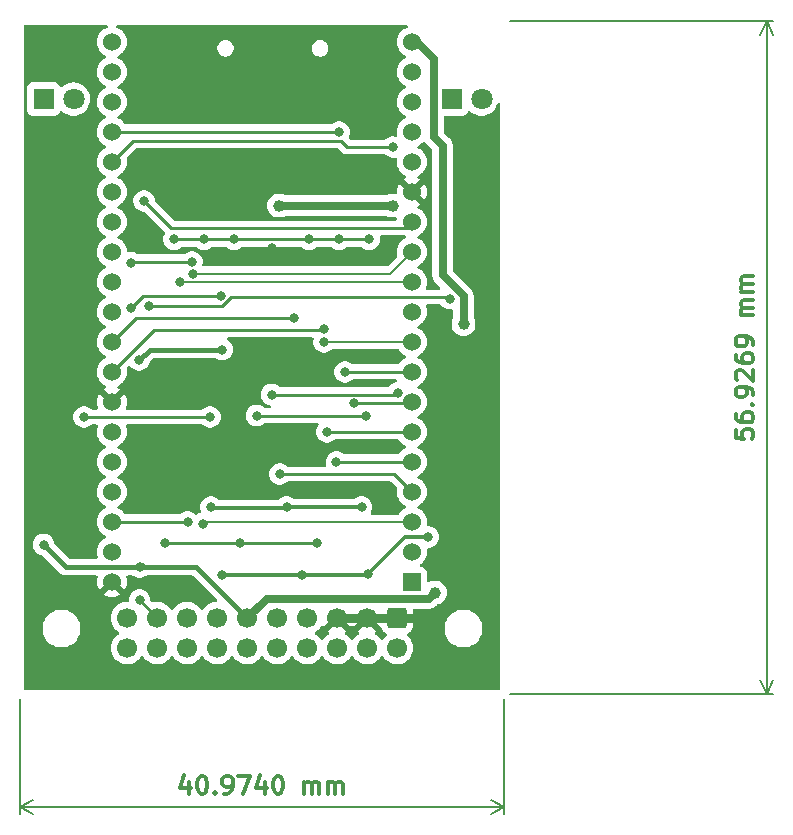
<source format=gbr>
%TF.GenerationSoftware,KiCad,Pcbnew,7.0.9*%
%TF.CreationDate,2024-01-05T00:29:13-06:00*%
%TF.ProjectId,FujiApple-DevKit-IDC-20,46756a69-4170-4706-9c65-2d4465764b69,1.0*%
%TF.SameCoordinates,Original*%
%TF.FileFunction,Copper,L2,Bot*%
%TF.FilePolarity,Positive*%
%FSLAX46Y46*%
G04 Gerber Fmt 4.6, Leading zero omitted, Abs format (unit mm)*
G04 Created by KiCad (PCBNEW 7.0.9) date 2024-01-05 00:29:13*
%MOMM*%
%LPD*%
G01*
G04 APERTURE LIST*
G04 Aperture macros list*
%AMRoundRect*
0 Rectangle with rounded corners*
0 $1 Rounding radius*
0 $2 $3 $4 $5 $6 $7 $8 $9 X,Y pos of 4 corners*
0 Add a 4 corners polygon primitive as box body*
4,1,4,$2,$3,$4,$5,$6,$7,$8,$9,$2,$3,0*
0 Add four circle primitives for the rounded corners*
1,1,$1+$1,$2,$3*
1,1,$1+$1,$4,$5*
1,1,$1+$1,$6,$7*
1,1,$1+$1,$8,$9*
0 Add four rect primitives between the rounded corners*
20,1,$1+$1,$2,$3,$4,$5,0*
20,1,$1+$1,$4,$5,$6,$7,0*
20,1,$1+$1,$6,$7,$8,$9,0*
20,1,$1+$1,$8,$9,$2,$3,0*%
G04 Aperture macros list end*
%ADD10C,0.300000*%
%TA.AperFunction,NonConductor*%
%ADD11C,0.300000*%
%TD*%
%TA.AperFunction,NonConductor*%
%ADD12C,0.200000*%
%TD*%
%TA.AperFunction,ComponentPad*%
%ADD13R,1.530000X1.530000*%
%TD*%
%TA.AperFunction,ComponentPad*%
%ADD14C,1.530000*%
%TD*%
%TA.AperFunction,ComponentPad*%
%ADD15RoundRect,0.250000X-0.600000X0.600000X-0.600000X-0.600000X0.600000X-0.600000X0.600000X0.600000X0*%
%TD*%
%TA.AperFunction,ComponentPad*%
%ADD16C,1.700000*%
%TD*%
%TA.AperFunction,ComponentPad*%
%ADD17R,1.800000X1.800000*%
%TD*%
%TA.AperFunction,ComponentPad*%
%ADD18C,1.800000*%
%TD*%
%TA.AperFunction,ViaPad*%
%ADD19C,0.800000*%
%TD*%
%TA.AperFunction,ViaPad*%
%ADD20C,1.000000*%
%TD*%
%TA.AperFunction,Conductor*%
%ADD21C,0.800000*%
%TD*%
%TA.AperFunction,Conductor*%
%ADD22C,0.700000*%
%TD*%
%TA.AperFunction,Conductor*%
%ADD23C,0.300000*%
%TD*%
%TA.AperFunction,Conductor*%
%ADD24C,0.250000*%
%TD*%
%TA.AperFunction,Conductor*%
%ADD25C,0.200000*%
%TD*%
%TA.AperFunction,Conductor*%
%ADD26C,0.400000*%
%TD*%
G04 APERTURE END LIST*
D10*
D11*
X194863328Y-110316505D02*
X194863328Y-111030791D01*
X194863328Y-111030791D02*
X195577614Y-111102219D01*
X195577614Y-111102219D02*
X195506185Y-111030791D01*
X195506185Y-111030791D02*
X195434757Y-110887934D01*
X195434757Y-110887934D02*
X195434757Y-110530791D01*
X195434757Y-110530791D02*
X195506185Y-110387934D01*
X195506185Y-110387934D02*
X195577614Y-110316505D01*
X195577614Y-110316505D02*
X195720471Y-110245076D01*
X195720471Y-110245076D02*
X196077614Y-110245076D01*
X196077614Y-110245076D02*
X196220471Y-110316505D01*
X196220471Y-110316505D02*
X196291900Y-110387934D01*
X196291900Y-110387934D02*
X196363328Y-110530791D01*
X196363328Y-110530791D02*
X196363328Y-110887934D01*
X196363328Y-110887934D02*
X196291900Y-111030791D01*
X196291900Y-111030791D02*
X196220471Y-111102219D01*
X194863328Y-108959363D02*
X194863328Y-109245077D01*
X194863328Y-109245077D02*
X194934757Y-109387934D01*
X194934757Y-109387934D02*
X195006185Y-109459363D01*
X195006185Y-109459363D02*
X195220471Y-109602220D01*
X195220471Y-109602220D02*
X195506185Y-109673648D01*
X195506185Y-109673648D02*
X196077614Y-109673648D01*
X196077614Y-109673648D02*
X196220471Y-109602220D01*
X196220471Y-109602220D02*
X196291900Y-109530791D01*
X196291900Y-109530791D02*
X196363328Y-109387934D01*
X196363328Y-109387934D02*
X196363328Y-109102220D01*
X196363328Y-109102220D02*
X196291900Y-108959363D01*
X196291900Y-108959363D02*
X196220471Y-108887934D01*
X196220471Y-108887934D02*
X196077614Y-108816505D01*
X196077614Y-108816505D02*
X195720471Y-108816505D01*
X195720471Y-108816505D02*
X195577614Y-108887934D01*
X195577614Y-108887934D02*
X195506185Y-108959363D01*
X195506185Y-108959363D02*
X195434757Y-109102220D01*
X195434757Y-109102220D02*
X195434757Y-109387934D01*
X195434757Y-109387934D02*
X195506185Y-109530791D01*
X195506185Y-109530791D02*
X195577614Y-109602220D01*
X195577614Y-109602220D02*
X195720471Y-109673648D01*
X196220471Y-108173649D02*
X196291900Y-108102220D01*
X196291900Y-108102220D02*
X196363328Y-108173649D01*
X196363328Y-108173649D02*
X196291900Y-108245077D01*
X196291900Y-108245077D02*
X196220471Y-108173649D01*
X196220471Y-108173649D02*
X196363328Y-108173649D01*
X196363328Y-107387934D02*
X196363328Y-107102220D01*
X196363328Y-107102220D02*
X196291900Y-106959363D01*
X196291900Y-106959363D02*
X196220471Y-106887934D01*
X196220471Y-106887934D02*
X196006185Y-106745077D01*
X196006185Y-106745077D02*
X195720471Y-106673648D01*
X195720471Y-106673648D02*
X195149042Y-106673648D01*
X195149042Y-106673648D02*
X195006185Y-106745077D01*
X195006185Y-106745077D02*
X194934757Y-106816506D01*
X194934757Y-106816506D02*
X194863328Y-106959363D01*
X194863328Y-106959363D02*
X194863328Y-107245077D01*
X194863328Y-107245077D02*
X194934757Y-107387934D01*
X194934757Y-107387934D02*
X195006185Y-107459363D01*
X195006185Y-107459363D02*
X195149042Y-107530791D01*
X195149042Y-107530791D02*
X195506185Y-107530791D01*
X195506185Y-107530791D02*
X195649042Y-107459363D01*
X195649042Y-107459363D02*
X195720471Y-107387934D01*
X195720471Y-107387934D02*
X195791900Y-107245077D01*
X195791900Y-107245077D02*
X195791900Y-106959363D01*
X195791900Y-106959363D02*
X195720471Y-106816506D01*
X195720471Y-106816506D02*
X195649042Y-106745077D01*
X195649042Y-106745077D02*
X195506185Y-106673648D01*
X195006185Y-106102220D02*
X194934757Y-106030792D01*
X194934757Y-106030792D02*
X194863328Y-105887935D01*
X194863328Y-105887935D02*
X194863328Y-105530792D01*
X194863328Y-105530792D02*
X194934757Y-105387935D01*
X194934757Y-105387935D02*
X195006185Y-105316506D01*
X195006185Y-105316506D02*
X195149042Y-105245077D01*
X195149042Y-105245077D02*
X195291900Y-105245077D01*
X195291900Y-105245077D02*
X195506185Y-105316506D01*
X195506185Y-105316506D02*
X196363328Y-106173649D01*
X196363328Y-106173649D02*
X196363328Y-105245077D01*
X194863328Y-103959364D02*
X194863328Y-104245078D01*
X194863328Y-104245078D02*
X194934757Y-104387935D01*
X194934757Y-104387935D02*
X195006185Y-104459364D01*
X195006185Y-104459364D02*
X195220471Y-104602221D01*
X195220471Y-104602221D02*
X195506185Y-104673649D01*
X195506185Y-104673649D02*
X196077614Y-104673649D01*
X196077614Y-104673649D02*
X196220471Y-104602221D01*
X196220471Y-104602221D02*
X196291900Y-104530792D01*
X196291900Y-104530792D02*
X196363328Y-104387935D01*
X196363328Y-104387935D02*
X196363328Y-104102221D01*
X196363328Y-104102221D02*
X196291900Y-103959364D01*
X196291900Y-103959364D02*
X196220471Y-103887935D01*
X196220471Y-103887935D02*
X196077614Y-103816506D01*
X196077614Y-103816506D02*
X195720471Y-103816506D01*
X195720471Y-103816506D02*
X195577614Y-103887935D01*
X195577614Y-103887935D02*
X195506185Y-103959364D01*
X195506185Y-103959364D02*
X195434757Y-104102221D01*
X195434757Y-104102221D02*
X195434757Y-104387935D01*
X195434757Y-104387935D02*
X195506185Y-104530792D01*
X195506185Y-104530792D02*
X195577614Y-104602221D01*
X195577614Y-104602221D02*
X195720471Y-104673649D01*
X196363328Y-103102221D02*
X196363328Y-102816507D01*
X196363328Y-102816507D02*
X196291900Y-102673650D01*
X196291900Y-102673650D02*
X196220471Y-102602221D01*
X196220471Y-102602221D02*
X196006185Y-102459364D01*
X196006185Y-102459364D02*
X195720471Y-102387935D01*
X195720471Y-102387935D02*
X195149042Y-102387935D01*
X195149042Y-102387935D02*
X195006185Y-102459364D01*
X195006185Y-102459364D02*
X194934757Y-102530793D01*
X194934757Y-102530793D02*
X194863328Y-102673650D01*
X194863328Y-102673650D02*
X194863328Y-102959364D01*
X194863328Y-102959364D02*
X194934757Y-103102221D01*
X194934757Y-103102221D02*
X195006185Y-103173650D01*
X195006185Y-103173650D02*
X195149042Y-103245078D01*
X195149042Y-103245078D02*
X195506185Y-103245078D01*
X195506185Y-103245078D02*
X195649042Y-103173650D01*
X195649042Y-103173650D02*
X195720471Y-103102221D01*
X195720471Y-103102221D02*
X195791900Y-102959364D01*
X195791900Y-102959364D02*
X195791900Y-102673650D01*
X195791900Y-102673650D02*
X195720471Y-102530793D01*
X195720471Y-102530793D02*
X195649042Y-102459364D01*
X195649042Y-102459364D02*
X195506185Y-102387935D01*
X196363328Y-100602222D02*
X195363328Y-100602222D01*
X195506185Y-100602222D02*
X195434757Y-100530793D01*
X195434757Y-100530793D02*
X195363328Y-100387936D01*
X195363328Y-100387936D02*
X195363328Y-100173650D01*
X195363328Y-100173650D02*
X195434757Y-100030793D01*
X195434757Y-100030793D02*
X195577614Y-99959365D01*
X195577614Y-99959365D02*
X196363328Y-99959365D01*
X195577614Y-99959365D02*
X195434757Y-99887936D01*
X195434757Y-99887936D02*
X195363328Y-99745079D01*
X195363328Y-99745079D02*
X195363328Y-99530793D01*
X195363328Y-99530793D02*
X195434757Y-99387936D01*
X195434757Y-99387936D02*
X195577614Y-99316507D01*
X195577614Y-99316507D02*
X196363328Y-99316507D01*
X196363328Y-98602222D02*
X195363328Y-98602222D01*
X195506185Y-98602222D02*
X195434757Y-98530793D01*
X195434757Y-98530793D02*
X195363328Y-98387936D01*
X195363328Y-98387936D02*
X195363328Y-98173650D01*
X195363328Y-98173650D02*
X195434757Y-98030793D01*
X195434757Y-98030793D02*
X195577614Y-97959365D01*
X195577614Y-97959365D02*
X196363328Y-97959365D01*
X195577614Y-97959365D02*
X195434757Y-97887936D01*
X195434757Y-97887936D02*
X195363328Y-97745079D01*
X195363328Y-97745079D02*
X195363328Y-97530793D01*
X195363328Y-97530793D02*
X195434757Y-97387936D01*
X195434757Y-97387936D02*
X195577614Y-97316507D01*
X195577614Y-97316507D02*
X196363328Y-97316507D01*
D12*
X175760000Y-75710200D02*
X198071420Y-75710200D01*
X175760000Y-132637100D02*
X198071420Y-132637100D01*
X197485000Y-75710200D02*
X197485000Y-132637100D01*
X197485000Y-75710200D02*
X197485000Y-132637100D01*
X197485000Y-75710200D02*
X198071421Y-76836704D01*
X197485000Y-75710200D02*
X196898579Y-76836704D01*
X197485000Y-132637100D02*
X196898579Y-131510596D01*
X197485000Y-132637100D02*
X198071421Y-131510596D01*
D10*
D11*
X148558716Y-140118328D02*
X148558716Y-141118328D01*
X148201573Y-139546900D02*
X147844430Y-140618328D01*
X147844430Y-140618328D02*
X148773001Y-140618328D01*
X149630144Y-139618328D02*
X149773001Y-139618328D01*
X149773001Y-139618328D02*
X149915858Y-139689757D01*
X149915858Y-139689757D02*
X149987287Y-139761185D01*
X149987287Y-139761185D02*
X150058715Y-139904042D01*
X150058715Y-139904042D02*
X150130144Y-140189757D01*
X150130144Y-140189757D02*
X150130144Y-140546900D01*
X150130144Y-140546900D02*
X150058715Y-140832614D01*
X150058715Y-140832614D02*
X149987287Y-140975471D01*
X149987287Y-140975471D02*
X149915858Y-141046900D01*
X149915858Y-141046900D02*
X149773001Y-141118328D01*
X149773001Y-141118328D02*
X149630144Y-141118328D01*
X149630144Y-141118328D02*
X149487287Y-141046900D01*
X149487287Y-141046900D02*
X149415858Y-140975471D01*
X149415858Y-140975471D02*
X149344429Y-140832614D01*
X149344429Y-140832614D02*
X149273001Y-140546900D01*
X149273001Y-140546900D02*
X149273001Y-140189757D01*
X149273001Y-140189757D02*
X149344429Y-139904042D01*
X149344429Y-139904042D02*
X149415858Y-139761185D01*
X149415858Y-139761185D02*
X149487287Y-139689757D01*
X149487287Y-139689757D02*
X149630144Y-139618328D01*
X150773000Y-140975471D02*
X150844429Y-141046900D01*
X150844429Y-141046900D02*
X150773000Y-141118328D01*
X150773000Y-141118328D02*
X150701572Y-141046900D01*
X150701572Y-141046900D02*
X150773000Y-140975471D01*
X150773000Y-140975471D02*
X150773000Y-141118328D01*
X151558715Y-141118328D02*
X151844429Y-141118328D01*
X151844429Y-141118328D02*
X151987286Y-141046900D01*
X151987286Y-141046900D02*
X152058715Y-140975471D01*
X152058715Y-140975471D02*
X152201572Y-140761185D01*
X152201572Y-140761185D02*
X152273001Y-140475471D01*
X152273001Y-140475471D02*
X152273001Y-139904042D01*
X152273001Y-139904042D02*
X152201572Y-139761185D01*
X152201572Y-139761185D02*
X152130144Y-139689757D01*
X152130144Y-139689757D02*
X151987286Y-139618328D01*
X151987286Y-139618328D02*
X151701572Y-139618328D01*
X151701572Y-139618328D02*
X151558715Y-139689757D01*
X151558715Y-139689757D02*
X151487286Y-139761185D01*
X151487286Y-139761185D02*
X151415858Y-139904042D01*
X151415858Y-139904042D02*
X151415858Y-140261185D01*
X151415858Y-140261185D02*
X151487286Y-140404042D01*
X151487286Y-140404042D02*
X151558715Y-140475471D01*
X151558715Y-140475471D02*
X151701572Y-140546900D01*
X151701572Y-140546900D02*
X151987286Y-140546900D01*
X151987286Y-140546900D02*
X152130144Y-140475471D01*
X152130144Y-140475471D02*
X152201572Y-140404042D01*
X152201572Y-140404042D02*
X152273001Y-140261185D01*
X152773000Y-139618328D02*
X153773000Y-139618328D01*
X153773000Y-139618328D02*
X153130143Y-141118328D01*
X154987286Y-140118328D02*
X154987286Y-141118328D01*
X154630143Y-139546900D02*
X154273000Y-140618328D01*
X154273000Y-140618328D02*
X155201571Y-140618328D01*
X156058714Y-139618328D02*
X156201571Y-139618328D01*
X156201571Y-139618328D02*
X156344428Y-139689757D01*
X156344428Y-139689757D02*
X156415857Y-139761185D01*
X156415857Y-139761185D02*
X156487285Y-139904042D01*
X156487285Y-139904042D02*
X156558714Y-140189757D01*
X156558714Y-140189757D02*
X156558714Y-140546900D01*
X156558714Y-140546900D02*
X156487285Y-140832614D01*
X156487285Y-140832614D02*
X156415857Y-140975471D01*
X156415857Y-140975471D02*
X156344428Y-141046900D01*
X156344428Y-141046900D02*
X156201571Y-141118328D01*
X156201571Y-141118328D02*
X156058714Y-141118328D01*
X156058714Y-141118328D02*
X155915857Y-141046900D01*
X155915857Y-141046900D02*
X155844428Y-140975471D01*
X155844428Y-140975471D02*
X155772999Y-140832614D01*
X155772999Y-140832614D02*
X155701571Y-140546900D01*
X155701571Y-140546900D02*
X155701571Y-140189757D01*
X155701571Y-140189757D02*
X155772999Y-139904042D01*
X155772999Y-139904042D02*
X155844428Y-139761185D01*
X155844428Y-139761185D02*
X155915857Y-139689757D01*
X155915857Y-139689757D02*
X156058714Y-139618328D01*
X158344427Y-141118328D02*
X158344427Y-140118328D01*
X158344427Y-140261185D02*
X158415856Y-140189757D01*
X158415856Y-140189757D02*
X158558713Y-140118328D01*
X158558713Y-140118328D02*
X158772999Y-140118328D01*
X158772999Y-140118328D02*
X158915856Y-140189757D01*
X158915856Y-140189757D02*
X158987285Y-140332614D01*
X158987285Y-140332614D02*
X158987285Y-141118328D01*
X158987285Y-140332614D02*
X159058713Y-140189757D01*
X159058713Y-140189757D02*
X159201570Y-140118328D01*
X159201570Y-140118328D02*
X159415856Y-140118328D01*
X159415856Y-140118328D02*
X159558713Y-140189757D01*
X159558713Y-140189757D02*
X159630142Y-140332614D01*
X159630142Y-140332614D02*
X159630142Y-141118328D01*
X160344427Y-141118328D02*
X160344427Y-140118328D01*
X160344427Y-140261185D02*
X160415856Y-140189757D01*
X160415856Y-140189757D02*
X160558713Y-140118328D01*
X160558713Y-140118328D02*
X160772999Y-140118328D01*
X160772999Y-140118328D02*
X160915856Y-140189757D01*
X160915856Y-140189757D02*
X160987285Y-140332614D01*
X160987285Y-140332614D02*
X160987285Y-141118328D01*
X160987285Y-140332614D02*
X161058713Y-140189757D01*
X161058713Y-140189757D02*
X161201570Y-140118328D01*
X161201570Y-140118328D02*
X161415856Y-140118328D01*
X161415856Y-140118328D02*
X161558713Y-140189757D01*
X161558713Y-140189757D02*
X161630142Y-140332614D01*
X161630142Y-140332614D02*
X161630142Y-141118328D01*
D12*
X134286000Y-133137100D02*
X134286000Y-142826420D01*
X175260000Y-133137100D02*
X175260000Y-142826420D01*
X134286000Y-142240000D02*
X175260000Y-142240000D01*
X134286000Y-142240000D02*
X175260000Y-142240000D01*
X134286000Y-142240000D02*
X135412504Y-141653579D01*
X134286000Y-142240000D02*
X135412504Y-142826421D01*
X175260000Y-142240000D02*
X174133496Y-142826421D01*
X175260000Y-142240000D02*
X174133496Y-141653579D01*
D13*
%TO.P,U4,1,3V3*%
%TO.N,+3.3V*%
X167462200Y-123180000D03*
D14*
%TO.P,U4,2,EN*%
%TO.N,unconnected-(U4-EN-Pad2)*%
X167462200Y-120640000D03*
%TO.P,U4,3,SENSOR_VP*%
%TO.N,/IO36{slash}DRIVE1*%
X167462200Y-118100000D03*
%TO.P,U4,4,SENSOR_VN*%
%TO.N,/IO39{slash}EN3.5*%
X167462200Y-115560000D03*
%TO.P,U4,5,IO34*%
%TO.N,/IO34{slash}PH2*%
X167462200Y-113020000D03*
%TO.P,U4,6,IO35*%
%TO.N,/IO35{slash}PH3*%
X167462200Y-110480000D03*
%TO.P,U4,7,IO32*%
%TO.N,/IO32{slash}PH0{slash}REQ*%
X167462200Y-107940000D03*
%TO.P,U4,8,IO33*%
%TO.N,/IO33{slash}PH1*%
X167462200Y-105400000D03*
%TO.P,U4,9,IO25*%
%TO.N,/IO25{slash}BUF_EN*%
X167462200Y-102860000D03*
%TO.P,U4,10,IO26*%
%TO.N,/IO26{slash}WREQ*%
X167462200Y-100320000D03*
%TO.P,U4,11,IO27*%
%TO.N,/IO27{slash}WRPROT{slash}ACK*%
X167462200Y-97780000D03*
%TO.P,U4,12,IO14*%
%TO.N,/IO14{slash}RDDATA*%
X167462200Y-95240000D03*
%TO.P,U4,13,IO12*%
%TO.N,/IO12{slash}BUS_LED*%
X167462200Y-92700000D03*
%TO.P,U4,14,GND1*%
%TO.N,GND*%
X167462200Y-90160000D03*
%TO.P,U4,15,IO13*%
%TO.N,/IO13{slash}HDSEL*%
X167462200Y-87620000D03*
%TO.P,U4,16,SD2*%
%TO.N,unconnected-(U4-SD2-Pad16)*%
X167462200Y-85080000D03*
%TO.P,U4,17,SD3*%
%TO.N,unconnected-(U4-SD3-Pad17)*%
X167462200Y-82540000D03*
%TO.P,U4,18,CMD*%
%TO.N,unconnected-(U4-CMD-Pad18)*%
X167462200Y-80000000D03*
%TO.P,U4,19,EXT_5V*%
%TO.N,+5V*%
X167462200Y-77460000D03*
%TO.P,U4,20,CLK*%
%TO.N,unconnected-(U4-CLK-Pad20)*%
X142062200Y-77460000D03*
%TO.P,U4,21,SD0*%
%TO.N,unconnected-(U4-SD0-Pad21)*%
X142062200Y-80000000D03*
%TO.P,U4,22,SD1*%
%TO.N,unconnected-(U4-SD1-Pad22)*%
X142062200Y-82540000D03*
%TO.P,U4,23,IO15*%
%TO.N,/IO15{slash}CD*%
X142062200Y-85080000D03*
%TO.P,U4,24,IO2*%
%TO.N,/IO2{slash}WIFI_LED*%
X142062200Y-87620000D03*
%TO.P,U4,25,IO0*%
%TO.N,/IO0*%
X142062200Y-90160000D03*
%TO.P,U4,26,IO4*%
%TO.N,/IO4{slash}SAFE_RESET*%
X142062200Y-92700000D03*
%TO.P,U4,27,IO16*%
%TO.N,unconnected-(U4-IO16-Pad27)*%
X142062200Y-95240000D03*
%TO.P,U4,28,IO17*%
%TO.N,unconnected-(U4-IO17-Pad28)*%
X142062200Y-97780000D03*
%TO.P,U4,29,IO5*%
%TO.N,/IO5{slash}SPI_CS*%
X142062200Y-100320000D03*
%TO.P,U4,30,IO18*%
%TO.N,/IO18{slash}SPI_CLK*%
X142062200Y-102860000D03*
%TO.P,U4,31,IO19*%
%TO.N,/IO19{slash}SPI_MISO*%
X142062200Y-105400000D03*
%TO.P,U4,32,GND2*%
%TO.N,GND*%
X142062200Y-107940000D03*
%TO.P,U4,33,IO21*%
%TO.N,/IO21{slash}DRV2*%
X142062200Y-110480000D03*
%TO.P,U4,34,RXD0*%
%TO.N,unconnected-(U4-RXD0-Pad34)*%
X142062200Y-113020000D03*
%TO.P,U4,35,TXD0*%
%TO.N,unconnected-(U4-TXD0-Pad35)*%
X142062200Y-115560000D03*
%TO.P,U4,36,IO22*%
%TO.N,/IO22{slash}WRDATA*%
X142062200Y-118100000D03*
%TO.P,U4,37,IO23*%
%TO.N,/IO23{slash}SPI_MOSI*%
X142062200Y-120640000D03*
%TO.P,U4,38,GND3*%
%TO.N,GND*%
X142062200Y-123180000D03*
%TD*%
D15*
%TO.P,J1,1,Pin_1*%
%TO.N,GND*%
X166203000Y-126238000D03*
D16*
%TO.P,J1,2,Pin_2*%
%TO.N,/A2_PH0*%
X166203000Y-128778000D03*
%TO.P,J1,3,Pin_3*%
%TO.N,GND*%
X163663000Y-126238000D03*
%TO.P,J1,4,Pin_4*%
%TO.N,/A2_PH1*%
X163663000Y-128778000D03*
%TO.P,J1,5,Pin_5*%
%TO.N,GND*%
X161123000Y-126238000D03*
%TO.P,J1,6,Pin_6*%
%TO.N,/A2_PH2*%
X161123000Y-128778000D03*
%TO.P,J1,7,Pin_7*%
%TO.N,/A2_EN3.5*%
X158583000Y-126238000D03*
%TO.P,J1,8,Pin_8*%
%TO.N,/A2_PH3*%
X158583000Y-128778000D03*
%TO.P,J1,9,Pin_9*%
%TO.N,unconnected-(J1-Pin_9-Pad9)*%
X156043000Y-126238000D03*
%TO.P,J1,10,Pin_10*%
%TO.N,/A2_WREQ*%
X156043000Y-128778000D03*
%TO.P,J1,11,Pin_11*%
%TO.N,/A2_5V*%
X153503000Y-126238000D03*
%TO.P,J1,12,Pin_12*%
%TO.N,/A2_HDSEL*%
X153503000Y-128778000D03*
%TO.P,J1,13,Pin_13*%
%TO.N,unconnected-(J1-Pin_13-Pad13)*%
X150963000Y-126238000D03*
%TO.P,J1,14,Pin_14*%
%TO.N,/A2_DRIVE1*%
X150963000Y-128778000D03*
%TO.P,J1,15,Pin_15*%
%TO.N,unconnected-(J1-Pin_15-Pad15)*%
X148423000Y-126238000D03*
%TO.P,J1,16,Pin_16*%
%TO.N,/A2_RD_DATA*%
X148423000Y-128778000D03*
%TO.P,J1,17,Pin_17*%
%TO.N,/DRIVE2*%
X145883000Y-126238000D03*
%TO.P,J1,18,Pin_18*%
%TO.N,/A2_WR_DATA*%
X145883000Y-128778000D03*
%TO.P,J1,19,Pin_19*%
%TO.N,unconnected-(J1-Pin_19-Pad19)*%
X143343000Y-126238000D03*
%TO.P,J1,20,Pin_20*%
%TO.N,/A2_WPROT*%
X143343000Y-128778000D03*
%TD*%
D17*
%TO.P,D1,1,K*%
%TO.N,Net-(D1-K)*%
X170815000Y-82296000D03*
D18*
%TO.P,D1,2,A*%
%TO.N,+3.3V*%
X173355000Y-82296000D03*
%TD*%
D17*
%TO.P,D2,1,K*%
%TO.N,Net-(D2-K)*%
X136271000Y-82296000D03*
D18*
%TO.P,D2,2,A*%
%TO.N,/IO12{slash}BUS_LED*%
X138811000Y-82296000D03*
%TD*%
D19*
%TO.N,GND*%
X168402000Y-128397000D03*
X140208000Y-112395000D03*
X153035000Y-114173000D03*
X160401000Y-79629000D03*
X135763000Y-130937000D03*
X144526000Y-78486000D03*
X164084000Y-78359000D03*
X173736000Y-131064000D03*
X159474500Y-113030000D03*
X158003000Y-89400000D03*
X144653000Y-87757000D03*
X171958000Y-121920000D03*
X164465000Y-87630000D03*
X141605000Y-127508000D03*
X174117000Y-119761000D03*
X146431000Y-114173000D03*
X149479000Y-88011000D03*
X146939000Y-80391000D03*
X154051000Y-96012000D03*
X173990000Y-123444000D03*
X155575000Y-94904000D03*
X135382000Y-123825000D03*
%TO.N,+5V*%
X163720059Y-122537941D03*
D20*
X171831000Y-101346000D03*
D19*
X151384000Y-122555000D03*
X158115000Y-122555000D03*
X168849500Y-119380000D03*
%TO.N,/IO5{slash}SPI_CS*%
X143637000Y-96139000D03*
X148840655Y-96082760D03*
%TO.N,/IO23{slash}SPI_MOSI*%
X143637000Y-99949000D03*
X151257000Y-98933000D03*
%TO.N,/IO12{slash}BUS_LED*%
X144780000Y-90932000D03*
%TO.N,/IO18{slash}SPI_CLK*%
X157480000Y-100838000D03*
%TO.N,/IO19{slash}SPI_MISO*%
X160020000Y-101727000D03*
%TO.N,+3.3V*%
X161290000Y-94179500D03*
X152400000Y-94179500D03*
X163830000Y-94179500D03*
X139700000Y-109220000D03*
X147320000Y-94179500D03*
D20*
X165862000Y-91313000D03*
D19*
X163195000Y-116840000D03*
X156845000Y-116840000D03*
X150454501Y-116840000D03*
X150368000Y-109220000D03*
X158750000Y-94179500D03*
D20*
X156210000Y-91313000D03*
D19*
X149860000Y-94179500D03*
%TO.N,/DRIVE2*%
X144399000Y-124714000D03*
%TO.N,/IO0*%
X170688000Y-99187000D03*
X145161000Y-99822000D03*
%TO.N,/IO15{slash}CD*%
X161290000Y-85090000D03*
%TO.N,/IO2{slash}WIFI_LED*%
X165862000Y-86360000D03*
%TO.N,/IO25{slash}BUF_EN*%
X152908000Y-119888000D03*
X146558000Y-119888000D03*
X160020000Y-102870000D03*
X159385000Y-119888000D03*
%TO.N,/IO32{slash}PH0{slash}REQ*%
X162560000Y-108039500D03*
%TO.N,/IO33{slash}PH1*%
X161798000Y-105410000D03*
%TO.N,/IO34{slash}PH2*%
X161073500Y-113030000D03*
%TO.N,/IO35{slash}PH3*%
X160274000Y-110490000D03*
%TO.N,/IO39{slash}EN3.5*%
X156269502Y-114046000D03*
%TO.N,/IO26{slash}WREQ*%
X155575000Y-107315000D03*
X166243000Y-107188000D03*
%TO.N,/IO13{slash}HDSEL*%
X154305000Y-109093000D03*
X163576000Y-109093000D03*
%TO.N,/IO36{slash}DRIVE1*%
X149733000Y-118237000D03*
%TO.N,/IO14{slash}RDDATA*%
X148900000Y-97080500D03*
%TO.N,/IO22{slash}WRDATA*%
X148463000Y-118110000D03*
%TO.N,/IO27{slash}WRPROT{slash}ACK*%
X147828000Y-97790000D03*
%TO.N,/A2_5V*%
X151384000Y-103505000D03*
X144361500Y-104394000D03*
D20*
X169418000Y-124079000D03*
D19*
X136271000Y-120015000D03*
X144399000Y-121920000D03*
%TD*%
D21*
%TO.N,GND*%
X166203000Y-126238000D02*
X168148000Y-126238000D01*
X161123000Y-126238000D02*
X163663000Y-126238000D01*
X163663000Y-126238000D02*
X166203000Y-126238000D01*
D22*
%TO.N,+5V*%
X169291000Y-78867000D02*
X169291000Y-85471000D01*
X167884000Y-77460000D02*
X169291000Y-78867000D01*
X171831000Y-98986497D02*
X171831000Y-101346000D01*
X170053000Y-97208497D02*
X171831000Y-98986497D01*
D23*
X158115000Y-122555000D02*
X163703000Y-122555000D01*
D22*
X170053000Y-86233000D02*
X170053000Y-97208497D01*
X167462200Y-77460000D02*
X167884000Y-77460000D01*
D23*
X151384000Y-122555000D02*
X158115000Y-122555000D01*
D22*
X169291000Y-85471000D02*
X170053000Y-86233000D01*
D23*
X163703000Y-122555000D02*
X163720059Y-122537941D01*
X166878000Y-119380000D02*
X163720059Y-122537941D01*
X168849500Y-119380000D02*
X166878000Y-119380000D01*
D24*
%TO.N,/IO5{slash}SPI_CS*%
X148840655Y-96082760D02*
X143693240Y-96082760D01*
X143693240Y-96082760D02*
X143637000Y-96139000D01*
%TO.N,/IO23{slash}SPI_MOSI*%
X151257000Y-98933000D02*
X144653000Y-98933000D01*
X144653000Y-98933000D02*
X143637000Y-99949000D01*
%TO.N,/IO12{slash}BUS_LED*%
X167462200Y-92700000D02*
X166944200Y-93218000D01*
X166944200Y-93218000D02*
X147066000Y-93218000D01*
X147066000Y-93218000D02*
X144780000Y-90932000D01*
%TO.N,/IO18{slash}SPI_CLK*%
X157480000Y-100838000D02*
X144084200Y-100838000D01*
X144084200Y-100838000D02*
X142062200Y-102860000D01*
%TO.N,/IO19{slash}SPI_MISO*%
X159893000Y-101854000D02*
X145608200Y-101854000D01*
X160020000Y-101727000D02*
X159893000Y-101854000D01*
X145608200Y-101854000D02*
X142062200Y-105400000D01*
%TO.N,+3.3V*%
X139700000Y-109220000D02*
X150368000Y-109220000D01*
X152400000Y-94179500D02*
X158750000Y-94179500D01*
X158750000Y-94179500D02*
X161290000Y-94179500D01*
X161290000Y-94179500D02*
X163830000Y-94179500D01*
X147320000Y-94179500D02*
X149860000Y-94179500D01*
X149860000Y-94179500D02*
X152400000Y-94179500D01*
D23*
X156778049Y-116906951D02*
X156845000Y-116840000D01*
D22*
X165862000Y-91313000D02*
X156210000Y-91313000D01*
D23*
X150454501Y-116840000D02*
X150521452Y-116906951D01*
X150521452Y-116906951D02*
X156778049Y-116906951D01*
X156845000Y-116840000D02*
X163195000Y-116840000D01*
D24*
%TO.N,/DRIVE2*%
X145883000Y-126238000D02*
X145883000Y-126198000D01*
X145883000Y-126198000D02*
X144399000Y-124714000D01*
%TO.N,/IO0*%
X151393305Y-99822000D02*
X145161000Y-99822000D01*
X152155305Y-99060000D02*
X151393305Y-99822000D01*
X170561000Y-99060000D02*
X152155305Y-99060000D01*
X170688000Y-99187000D02*
X170561000Y-99060000D01*
%TO.N,/IO15{slash}CD*%
X142062200Y-85080000D02*
X161280000Y-85080000D01*
X161280000Y-85080000D02*
X161290000Y-85090000D01*
%TO.N,/IO2{slash}WIFI_LED*%
X143867200Y-85815000D02*
X161417000Y-85815000D01*
X142062200Y-87620000D02*
X143867200Y-85815000D01*
X161417000Y-85815000D02*
X161962000Y-86360000D01*
X161962000Y-86360000D02*
X165862000Y-86360000D01*
%TO.N,/IO25{slash}BUF_EN*%
X152908000Y-119888000D02*
X146558000Y-119888000D01*
X159385000Y-119888000D02*
X152908000Y-119888000D01*
D25*
X160030000Y-102860000D02*
X160020000Y-102870000D01*
X167462200Y-102860000D02*
X160030000Y-102860000D01*
D24*
%TO.N,/IO32{slash}PH0{slash}REQ*%
X162560000Y-108039500D02*
X167362700Y-108039500D01*
%TO.N,/IO33{slash}PH1*%
X161808000Y-105400000D02*
X167462200Y-105400000D01*
X161798000Y-105410000D02*
X161808000Y-105400000D01*
%TO.N,/IO34{slash}PH2*%
X161073500Y-113030000D02*
X161083500Y-113020000D01*
X161083500Y-113020000D02*
X167462200Y-113020000D01*
%TO.N,/IO35{slash}PH3*%
X160284000Y-110480000D02*
X167462200Y-110480000D01*
X160274000Y-110490000D02*
X160284000Y-110480000D01*
%TO.N,/IO39{slash}EN3.5*%
X156269502Y-114046000D02*
X165948200Y-114046000D01*
X165948200Y-114046000D02*
X167462200Y-115560000D01*
%TO.N,/IO26{slash}WREQ*%
X155575000Y-107315000D02*
X166116000Y-107315000D01*
X166116000Y-107315000D02*
X166243000Y-107188000D01*
%TO.N,/IO13{slash}HDSEL*%
X163576000Y-109093000D02*
X154305000Y-109093000D01*
D25*
%TO.N,/IO36{slash}DRIVE1*%
X149733000Y-118237000D02*
X149870000Y-118100000D01*
X149870000Y-118100000D02*
X167462200Y-118100000D01*
%TO.N,/IO14{slash}RDDATA*%
X148900000Y-97080500D02*
X165621700Y-97080500D01*
X165621700Y-97080500D02*
X167462200Y-95240000D01*
D24*
%TO.N,/IO22{slash}WRDATA*%
X148453000Y-118100000D02*
X148463000Y-118110000D01*
X142062200Y-118100000D02*
X148453000Y-118100000D01*
D25*
%TO.N,/IO27{slash}WRPROT{slash}ACK*%
X147828000Y-97790000D02*
X147838000Y-97780000D01*
X147838000Y-97780000D02*
X167462200Y-97780000D01*
D26*
%TO.N,/A2_5V*%
X153503000Y-126238000D02*
X149185000Y-121920000D01*
X149185000Y-121920000D02*
X144399000Y-121920000D01*
X144399000Y-121920000D02*
X138176000Y-121920000D01*
D22*
X168910000Y-124587000D02*
X155154000Y-124587000D01*
D26*
X144399000Y-121920000D02*
X144589000Y-121730000D01*
D22*
X169418000Y-124079000D02*
X168910000Y-124587000D01*
D26*
X138176000Y-121920000D02*
X136271000Y-120015000D01*
X145250500Y-103505000D02*
X144361500Y-104394000D01*
D22*
X155154000Y-124587000D02*
X153503000Y-126238000D01*
D26*
X151384000Y-103505000D02*
X145250500Y-103505000D01*
%TD*%
%TA.AperFunction,Conductor*%
%TO.N,GND*%
G36*
X141661689Y-76030702D02*
G01*
X141708182Y-76084358D01*
X141718286Y-76154632D01*
X141688792Y-76219212D01*
X141629066Y-76257596D01*
X141626190Y-76258403D01*
X141625975Y-76258461D01*
X141624974Y-76258729D01*
X141624969Y-76258731D01*
X141423021Y-76352901D01*
X141240482Y-76480716D01*
X141240478Y-76480719D01*
X141082919Y-76638278D01*
X141082916Y-76638282D01*
X140955101Y-76820821D01*
X140860931Y-77022769D01*
X140860929Y-77022774D01*
X140859980Y-77026317D01*
X140803256Y-77238014D01*
X140783835Y-77460000D01*
X140803256Y-77681986D01*
X140821420Y-77749774D01*
X140860929Y-77897225D01*
X140860931Y-77897230D01*
X140955102Y-78099182D01*
X141082918Y-78281720D01*
X141240479Y-78439281D01*
X141240482Y-78439283D01*
X141240483Y-78439284D01*
X141423017Y-78567097D01*
X141527472Y-78615805D01*
X141580757Y-78662722D01*
X141600218Y-78730999D01*
X141579676Y-78798959D01*
X141527472Y-78844195D01*
X141423021Y-78892901D01*
X141240482Y-79020716D01*
X141240478Y-79020719D01*
X141082919Y-79178278D01*
X141082916Y-79178282D01*
X140955101Y-79360821D01*
X140860931Y-79562769D01*
X140860929Y-79562774D01*
X140818709Y-79720341D01*
X140803256Y-79778014D01*
X140783835Y-80000000D01*
X140803256Y-80221986D01*
X140834163Y-80337332D01*
X140860929Y-80437225D01*
X140860931Y-80437230D01*
X140955102Y-80639182D01*
X141082918Y-80821720D01*
X141240479Y-80979281D01*
X141240482Y-80979283D01*
X141240483Y-80979284D01*
X141423017Y-81107097D01*
X141527472Y-81155805D01*
X141580757Y-81202722D01*
X141600218Y-81270999D01*
X141579676Y-81338959D01*
X141527472Y-81384195D01*
X141423021Y-81432901D01*
X141240482Y-81560716D01*
X141240478Y-81560719D01*
X141082919Y-81718278D01*
X141082916Y-81718282D01*
X140955101Y-81900821D01*
X140860931Y-82102769D01*
X140860929Y-82102774D01*
X140818709Y-82260341D01*
X140803256Y-82318014D01*
X140783835Y-82540000D01*
X140803256Y-82761986D01*
X140834163Y-82877332D01*
X140860929Y-82977225D01*
X140860931Y-82977230D01*
X140955102Y-83179182D01*
X141082918Y-83361720D01*
X141240479Y-83519281D01*
X141240482Y-83519283D01*
X141240483Y-83519284D01*
X141423017Y-83647097D01*
X141527472Y-83695805D01*
X141580757Y-83742722D01*
X141600218Y-83810999D01*
X141579676Y-83878959D01*
X141527472Y-83924195D01*
X141423021Y-83972901D01*
X141240482Y-84100716D01*
X141240478Y-84100719D01*
X141082919Y-84258278D01*
X141082916Y-84258282D01*
X140955101Y-84440821D01*
X140860931Y-84642769D01*
X140860929Y-84642774D01*
X140818709Y-84800341D01*
X140803256Y-84858014D01*
X140783835Y-85080000D01*
X140803256Y-85301986D01*
X140834163Y-85417332D01*
X140860929Y-85517225D01*
X140860931Y-85517230D01*
X140955102Y-85719182D01*
X141082918Y-85901720D01*
X141240479Y-86059281D01*
X141240482Y-86059283D01*
X141240483Y-86059284D01*
X141423017Y-86187097D01*
X141527472Y-86235805D01*
X141580757Y-86282722D01*
X141600218Y-86350999D01*
X141579676Y-86418959D01*
X141527472Y-86464195D01*
X141423021Y-86512901D01*
X141240482Y-86640716D01*
X141240478Y-86640719D01*
X141082919Y-86798278D01*
X141082916Y-86798282D01*
X140955101Y-86980821D01*
X140860931Y-87182769D01*
X140860929Y-87182774D01*
X140818709Y-87340341D01*
X140803256Y-87398014D01*
X140783835Y-87620000D01*
X140803256Y-87841986D01*
X140834163Y-87957332D01*
X140860929Y-88057225D01*
X140860931Y-88057230D01*
X140955102Y-88259182D01*
X141082918Y-88441720D01*
X141240479Y-88599281D01*
X141240482Y-88599283D01*
X141240483Y-88599284D01*
X141423017Y-88727097D01*
X141527472Y-88775805D01*
X141580757Y-88822722D01*
X141600218Y-88890999D01*
X141579676Y-88958959D01*
X141527472Y-89004195D01*
X141423021Y-89052901D01*
X141423018Y-89052902D01*
X141423018Y-89052903D01*
X141400083Y-89068962D01*
X141240482Y-89180716D01*
X141240478Y-89180719D01*
X141082919Y-89338278D01*
X141082916Y-89338282D01*
X140955101Y-89520821D01*
X140860931Y-89722769D01*
X140860929Y-89722774D01*
X140818709Y-89880341D01*
X140803256Y-89938014D01*
X140783835Y-90160000D01*
X140803256Y-90381986D01*
X140806759Y-90395058D01*
X140860929Y-90597225D01*
X140860931Y-90597230D01*
X140955102Y-90799182D01*
X141082918Y-90981720D01*
X141240479Y-91139281D01*
X141240482Y-91139283D01*
X141240483Y-91139284D01*
X141423017Y-91267097D01*
X141527472Y-91315805D01*
X141580757Y-91362722D01*
X141600218Y-91430999D01*
X141579676Y-91498959D01*
X141527472Y-91544195D01*
X141423021Y-91592901D01*
X141240482Y-91720716D01*
X141240478Y-91720719D01*
X141082919Y-91878278D01*
X141082916Y-91878282D01*
X140955101Y-92060821D01*
X140860931Y-92262769D01*
X140860929Y-92262774D01*
X140847481Y-92312965D01*
X140803256Y-92478014D01*
X140783835Y-92700000D01*
X140803256Y-92921986D01*
X140834163Y-93037332D01*
X140860929Y-93137225D01*
X140860931Y-93137230D01*
X140955102Y-93339182D01*
X141082918Y-93521720D01*
X141240479Y-93679281D01*
X141240482Y-93679283D01*
X141240483Y-93679284D01*
X141423017Y-93807097D01*
X141527472Y-93855805D01*
X141580757Y-93902722D01*
X141600218Y-93970999D01*
X141579676Y-94038959D01*
X141527472Y-94084195D01*
X141423021Y-94132901D01*
X141240482Y-94260716D01*
X141240478Y-94260719D01*
X141082919Y-94418278D01*
X141082916Y-94418282D01*
X140955101Y-94600821D01*
X140860931Y-94802769D01*
X140860929Y-94802774D01*
X140818709Y-94960341D01*
X140803256Y-95018014D01*
X140783835Y-95240000D01*
X140803256Y-95461986D01*
X140825716Y-95545808D01*
X140860929Y-95677225D01*
X140860931Y-95677230D01*
X140955102Y-95879182D01*
X141082918Y-96061720D01*
X141240479Y-96219281D01*
X141240482Y-96219283D01*
X141240483Y-96219284D01*
X141423017Y-96347097D01*
X141527472Y-96395805D01*
X141580757Y-96442722D01*
X141600218Y-96510999D01*
X141579676Y-96578959D01*
X141527472Y-96624195D01*
X141423021Y-96672901D01*
X141240482Y-96800716D01*
X141240478Y-96800719D01*
X141082919Y-96958278D01*
X141082916Y-96958282D01*
X140955101Y-97140821D01*
X140860931Y-97342769D01*
X140860929Y-97342774D01*
X140820509Y-97493626D01*
X140803256Y-97558014D01*
X140783835Y-97780000D01*
X140803256Y-98001986D01*
X140834163Y-98117332D01*
X140860929Y-98217225D01*
X140860931Y-98217230D01*
X140955102Y-98419182D01*
X141082918Y-98601720D01*
X141240479Y-98759281D01*
X141240482Y-98759283D01*
X141240483Y-98759284D01*
X141423017Y-98887097D01*
X141527472Y-98935805D01*
X141580757Y-98982722D01*
X141600218Y-99050999D01*
X141579676Y-99118959D01*
X141527472Y-99164195D01*
X141423021Y-99212901D01*
X141240482Y-99340716D01*
X141240478Y-99340719D01*
X141082919Y-99498278D01*
X141082916Y-99498282D01*
X140955101Y-99680821D01*
X140860931Y-99882769D01*
X140860929Y-99882774D01*
X140837770Y-99969206D01*
X140803256Y-100098014D01*
X140783835Y-100320000D01*
X140803256Y-100541986D01*
X140831682Y-100648072D01*
X140860929Y-100757225D01*
X140860931Y-100757230D01*
X140955102Y-100959182D01*
X141082918Y-101141720D01*
X141240479Y-101299281D01*
X141240482Y-101299283D01*
X141240483Y-101299284D01*
X141423017Y-101427097D01*
X141527472Y-101475805D01*
X141580757Y-101522722D01*
X141600218Y-101590999D01*
X141579676Y-101658959D01*
X141527472Y-101704195D01*
X141423021Y-101752901D01*
X141240482Y-101880716D01*
X141240478Y-101880719D01*
X141082919Y-102038278D01*
X141082916Y-102038282D01*
X140955101Y-102220821D01*
X140860931Y-102422769D01*
X140860929Y-102422774D01*
X140833354Y-102525686D01*
X140803256Y-102638014D01*
X140783835Y-102860000D01*
X140803256Y-103081986D01*
X140834163Y-103197332D01*
X140860929Y-103297225D01*
X140860931Y-103297230D01*
X140955102Y-103499182D01*
X141082918Y-103681720D01*
X141240479Y-103839281D01*
X141240482Y-103839283D01*
X141240483Y-103839284D01*
X141423017Y-103967097D01*
X141527472Y-104015805D01*
X141580757Y-104062722D01*
X141600218Y-104130999D01*
X141579676Y-104198959D01*
X141527472Y-104244195D01*
X141423021Y-104292901D01*
X141240482Y-104420716D01*
X141240478Y-104420719D01*
X141082919Y-104578278D01*
X141082916Y-104578282D01*
X140955101Y-104760821D01*
X140860931Y-104962769D01*
X140860929Y-104962774D01*
X140833254Y-105066060D01*
X140803256Y-105178014D01*
X140783835Y-105400000D01*
X140803256Y-105621986D01*
X140834163Y-105737332D01*
X140860929Y-105837225D01*
X140860931Y-105837230D01*
X140955102Y-106039182D01*
X141082918Y-106221720D01*
X141240479Y-106379281D01*
X141240482Y-106379283D01*
X141240483Y-106379284D01*
X141423017Y-106507097D01*
X141528064Y-106556081D01*
X141581349Y-106602998D01*
X141600810Y-106671275D01*
X141580268Y-106739235D01*
X141528065Y-106784470D01*
X141423270Y-106833337D01*
X141423268Y-106833338D01*
X141359439Y-106878030D01*
X141925779Y-107444370D01*
X141917039Y-107445627D01*
X141783638Y-107506549D01*
X141672805Y-107602587D01*
X141593518Y-107725960D01*
X141569782Y-107806792D01*
X141000230Y-107237239D01*
X140955539Y-107301067D01*
X140861403Y-107502942D01*
X140861401Y-107502946D01*
X140803751Y-107718102D01*
X140784337Y-107940000D01*
X140803751Y-108161897D01*
X140861401Y-108377053D01*
X140861405Y-108377062D01*
X140875482Y-108407251D01*
X140886143Y-108477442D01*
X140857163Y-108542255D01*
X140797743Y-108581111D01*
X140761287Y-108586500D01*
X140408200Y-108586500D01*
X140340079Y-108566498D01*
X140314563Y-108544810D01*
X140311252Y-108541133D01*
X140156752Y-108428882D01*
X139982288Y-108351206D01*
X139795487Y-108311500D01*
X139604513Y-108311500D01*
X139417711Y-108351206D01*
X139243247Y-108428882D01*
X139088744Y-108541135D01*
X138960965Y-108683048D01*
X138960958Y-108683058D01*
X138865476Y-108848438D01*
X138865473Y-108848445D01*
X138806457Y-109030072D01*
X138786496Y-109220000D01*
X138806457Y-109409927D01*
X138824207Y-109464554D01*
X138865473Y-109591556D01*
X138865476Y-109591561D01*
X138960958Y-109756941D01*
X138960965Y-109756951D01*
X139088744Y-109898864D01*
X139140972Y-109936810D01*
X139243248Y-110011118D01*
X139417712Y-110088794D01*
X139604513Y-110128500D01*
X139795487Y-110128500D01*
X139982288Y-110088794D01*
X140156752Y-110011118D01*
X140311253Y-109898866D01*
X140314563Y-109895190D01*
X140375009Y-109857950D01*
X140408200Y-109853500D01*
X140751409Y-109853500D01*
X140819530Y-109873502D01*
X140866023Y-109927158D01*
X140876127Y-109997432D01*
X140865603Y-110032751D01*
X140860933Y-110042765D01*
X140860929Y-110042774D01*
X140837959Y-110128500D01*
X140803256Y-110258014D01*
X140783835Y-110480000D01*
X140803256Y-110701986D01*
X140834163Y-110817332D01*
X140860929Y-110917225D01*
X140860931Y-110917230D01*
X140955102Y-111119182D01*
X141082918Y-111301720D01*
X141240479Y-111459281D01*
X141240482Y-111459283D01*
X141240483Y-111459284D01*
X141423017Y-111587097D01*
X141527472Y-111635805D01*
X141580757Y-111682722D01*
X141600218Y-111750999D01*
X141579676Y-111818959D01*
X141527472Y-111864195D01*
X141423021Y-111912901D01*
X141240482Y-112040716D01*
X141240478Y-112040719D01*
X141082919Y-112198278D01*
X141082916Y-112198282D01*
X140955101Y-112380821D01*
X140860931Y-112582769D01*
X140860929Y-112582774D01*
X140818709Y-112740341D01*
X140803256Y-112798014D01*
X140783835Y-113020000D01*
X140803256Y-113241986D01*
X140823766Y-113318531D01*
X140860929Y-113457225D01*
X140860931Y-113457230D01*
X140955102Y-113659182D01*
X141082918Y-113841720D01*
X141240479Y-113999281D01*
X141240482Y-113999283D01*
X141240483Y-113999284D01*
X141423017Y-114127097D01*
X141527472Y-114175805D01*
X141580757Y-114222722D01*
X141600218Y-114290999D01*
X141579676Y-114358959D01*
X141527472Y-114404195D01*
X141423021Y-114452901D01*
X141240482Y-114580716D01*
X141240478Y-114580719D01*
X141082919Y-114738278D01*
X141082916Y-114738282D01*
X140955101Y-114920821D01*
X140860931Y-115122769D01*
X140860929Y-115122774D01*
X140833064Y-115226768D01*
X140803256Y-115338014D01*
X140783835Y-115560000D01*
X140803256Y-115781986D01*
X140834163Y-115897332D01*
X140860929Y-115997225D01*
X140860931Y-115997230D01*
X140955102Y-116199182D01*
X141082918Y-116381720D01*
X141240479Y-116539281D01*
X141240482Y-116539283D01*
X141240483Y-116539284D01*
X141423017Y-116667097D01*
X141527472Y-116715805D01*
X141580757Y-116762722D01*
X141600218Y-116830999D01*
X141579676Y-116898959D01*
X141527472Y-116944195D01*
X141423021Y-116992901D01*
X141240482Y-117120716D01*
X141240478Y-117120719D01*
X141082919Y-117278278D01*
X141082916Y-117278282D01*
X140955101Y-117460821D01*
X140860931Y-117662769D01*
X140860929Y-117662774D01*
X140818709Y-117820341D01*
X140803256Y-117878014D01*
X140783835Y-118100000D01*
X140803256Y-118321986D01*
X140804752Y-118327568D01*
X140860929Y-118537225D01*
X140860931Y-118537230D01*
X140955102Y-118739182D01*
X141082918Y-118921720D01*
X141240479Y-119079281D01*
X141240482Y-119079283D01*
X141240483Y-119079284D01*
X141423017Y-119207097D01*
X141527472Y-119255805D01*
X141580757Y-119302722D01*
X141600218Y-119370999D01*
X141579676Y-119438959D01*
X141527472Y-119484195D01*
X141423021Y-119532901D01*
X141240482Y-119660716D01*
X141240478Y-119660719D01*
X141082919Y-119818278D01*
X141082916Y-119818282D01*
X140955101Y-120000821D01*
X140860931Y-120202769D01*
X140860929Y-120202774D01*
X140837959Y-120288500D01*
X140803256Y-120418014D01*
X140783835Y-120640000D01*
X140803256Y-120861986D01*
X140844963Y-121017636D01*
X140854409Y-121052889D01*
X140852719Y-121123865D01*
X140812925Y-121182661D01*
X140747660Y-121210609D01*
X140732702Y-121211500D01*
X138521660Y-121211500D01*
X138453539Y-121191498D01*
X138432565Y-121174595D01*
X137205664Y-119947694D01*
X137171638Y-119885382D01*
X137169449Y-119871767D01*
X137164542Y-119825075D01*
X137164541Y-119825069D01*
X137162334Y-119818278D01*
X137105527Y-119643444D01*
X137010040Y-119478056D01*
X137010038Y-119478054D01*
X137010034Y-119478048D01*
X136882255Y-119336135D01*
X136727752Y-119223882D01*
X136553288Y-119146206D01*
X136366487Y-119106500D01*
X136175513Y-119106500D01*
X135988711Y-119146206D01*
X135814247Y-119223882D01*
X135659744Y-119336135D01*
X135531965Y-119478048D01*
X135531958Y-119478058D01*
X135436476Y-119643438D01*
X135436473Y-119643445D01*
X135377457Y-119825072D01*
X135357496Y-120015000D01*
X135377457Y-120204927D01*
X135404612Y-120288500D01*
X135436473Y-120386556D01*
X135436476Y-120386561D01*
X135531958Y-120551941D01*
X135531965Y-120551951D01*
X135659744Y-120693864D01*
X135659747Y-120693866D01*
X135814248Y-120806118D01*
X135988712Y-120883794D01*
X136141570Y-120916285D01*
X136204041Y-120950012D01*
X136204466Y-120950436D01*
X137658533Y-122404503D01*
X137661119Y-122407249D01*
X137702727Y-122454215D01*
X137754348Y-122489846D01*
X137757395Y-122492088D01*
X137806774Y-122530775D01*
X137816070Y-122534958D01*
X137835935Y-122546163D01*
X137844320Y-122551951D01*
X137844322Y-122551952D01*
X137844325Y-122551954D01*
X137844329Y-122551955D01*
X137844332Y-122551957D01*
X137859692Y-122557782D01*
X137902968Y-122574194D01*
X137906473Y-122575646D01*
X137963671Y-122601389D01*
X137973704Y-122603227D01*
X137995668Y-122609351D01*
X138005196Y-122612964D01*
X138005199Y-122612965D01*
X138067470Y-122620525D01*
X138071193Y-122621092D01*
X138132908Y-122632402D01*
X138195519Y-122628614D01*
X138199319Y-122628500D01*
X140727861Y-122628500D01*
X140795982Y-122648502D01*
X140842475Y-122702158D01*
X140852579Y-122772432D01*
X140849568Y-122787111D01*
X140803751Y-122958102D01*
X140784337Y-123180000D01*
X140803751Y-123401897D01*
X140861401Y-123617053D01*
X140861403Y-123617058D01*
X140955540Y-123818937D01*
X140955541Y-123818938D01*
X141000228Y-123882758D01*
X141000230Y-123882758D01*
X141569782Y-123313206D01*
X141593518Y-123394040D01*
X141672805Y-123517413D01*
X141783638Y-123613451D01*
X141917039Y-123674373D01*
X141925779Y-123675629D01*
X141359440Y-124241968D01*
X141359440Y-124241969D01*
X141423267Y-124286661D01*
X141625141Y-124380796D01*
X141625146Y-124380798D01*
X141840302Y-124438448D01*
X142062200Y-124457862D01*
X142284097Y-124438448D01*
X142499253Y-124380798D01*
X142499258Y-124380796D01*
X142701131Y-124286662D01*
X142764958Y-124241969D01*
X142764958Y-124241967D01*
X142198620Y-123675629D01*
X142207361Y-123674373D01*
X142340762Y-123613451D01*
X142451595Y-123517413D01*
X142530882Y-123394040D01*
X142554616Y-123313207D01*
X143124167Y-123882758D01*
X143124169Y-123882758D01*
X143168862Y-123818931D01*
X143262996Y-123617058D01*
X143262998Y-123617053D01*
X143320648Y-123401897D01*
X143340062Y-123180000D01*
X143320648Y-122958102D01*
X143274832Y-122787111D01*
X143276522Y-122716134D01*
X143316316Y-122657339D01*
X143381581Y-122629391D01*
X143396539Y-122628500D01*
X143787595Y-122628500D01*
X143855716Y-122648502D01*
X143861655Y-122652563D01*
X143942248Y-122711118D01*
X144116712Y-122788794D01*
X144303513Y-122828500D01*
X144494487Y-122828500D01*
X144681288Y-122788794D01*
X144855752Y-122711118D01*
X144936344Y-122652563D01*
X145003212Y-122628706D01*
X145010405Y-122628500D01*
X148839340Y-122628500D01*
X148907461Y-122648502D01*
X148928435Y-122665405D01*
X150927961Y-124664931D01*
X150961987Y-124727243D01*
X150956922Y-124798058D01*
X150914375Y-124854894D01*
X150855346Y-124877297D01*
X150855571Y-124878643D01*
X150850435Y-124879500D01*
X150850431Y-124879500D01*
X150700959Y-124904442D01*
X150628369Y-124916555D01*
X150628360Y-124916557D01*
X150415428Y-124989656D01*
X150415426Y-124989658D01*
X150238453Y-125085431D01*
X150217426Y-125096810D01*
X150217424Y-125096811D01*
X150039762Y-125235091D01*
X149887279Y-125400729D01*
X149798483Y-125536643D01*
X149744479Y-125582731D01*
X149674131Y-125592306D01*
X149609774Y-125562329D01*
X149587517Y-125536643D01*
X149498720Y-125400729D01*
X149346237Y-125235091D01*
X149264382Y-125171381D01*
X149168576Y-125096811D01*
X148970574Y-124989658D01*
X148970572Y-124989657D01*
X148970571Y-124989656D01*
X148757639Y-124916557D01*
X148757630Y-124916555D01*
X148713476Y-124909187D01*
X148535569Y-124879500D01*
X148310431Y-124879500D01*
X148165335Y-124903712D01*
X148088369Y-124916555D01*
X148088360Y-124916557D01*
X147875428Y-124989656D01*
X147875426Y-124989658D01*
X147698453Y-125085431D01*
X147677426Y-125096810D01*
X147677424Y-125096811D01*
X147499762Y-125235091D01*
X147347279Y-125400729D01*
X147258483Y-125536643D01*
X147204479Y-125582731D01*
X147134131Y-125592306D01*
X147069774Y-125562329D01*
X147047517Y-125536643D01*
X146958720Y-125400729D01*
X146806237Y-125235091D01*
X146724382Y-125171381D01*
X146628576Y-125096811D01*
X146430574Y-124989658D01*
X146430572Y-124989657D01*
X146430571Y-124989656D01*
X146217639Y-124916557D01*
X146217630Y-124916555D01*
X146173476Y-124909187D01*
X145995569Y-124879500D01*
X145770431Y-124879500D01*
X145672698Y-124895808D01*
X145568712Y-124913160D01*
X145498228Y-124904642D01*
X145458879Y-124877974D01*
X145405441Y-124824536D01*
X145346120Y-124765215D01*
X145312096Y-124702905D01*
X145309908Y-124689306D01*
X145292542Y-124524072D01*
X145233527Y-124342444D01*
X145138040Y-124177056D01*
X145138038Y-124177054D01*
X145138034Y-124177048D01*
X145010255Y-124035135D01*
X144855752Y-123922882D01*
X144681288Y-123845206D01*
X144494487Y-123805500D01*
X144303513Y-123805500D01*
X144116711Y-123845206D01*
X143942247Y-123922882D01*
X143787744Y-124035135D01*
X143659965Y-124177048D01*
X143659958Y-124177058D01*
X143564476Y-124342438D01*
X143564473Y-124342445D01*
X143505457Y-124524072D01*
X143485496Y-124714001D01*
X143488263Y-124740332D01*
X143475490Y-124810170D01*
X143426987Y-124862016D01*
X143362953Y-124879500D01*
X143230431Y-124879500D01*
X143085335Y-124903712D01*
X143008369Y-124916555D01*
X143008360Y-124916557D01*
X142795428Y-124989656D01*
X142795426Y-124989658D01*
X142618453Y-125085431D01*
X142597426Y-125096810D01*
X142597424Y-125096811D01*
X142419762Y-125235091D01*
X142267279Y-125400729D01*
X142267275Y-125400734D01*
X142144141Y-125589206D01*
X142053703Y-125795386D01*
X142053702Y-125795387D01*
X141998437Y-126013624D01*
X141998436Y-126013630D01*
X141998436Y-126013632D01*
X141979844Y-126238000D01*
X141997232Y-126447844D01*
X141998437Y-126462375D01*
X142053702Y-126680612D01*
X142053703Y-126680613D01*
X142144141Y-126886793D01*
X142267275Y-127075265D01*
X142267279Y-127075270D01*
X142419762Y-127240908D01*
X142474331Y-127283381D01*
X142597424Y-127379189D01*
X142630153Y-127396901D01*
X142630680Y-127397186D01*
X142681071Y-127447200D01*
X142696423Y-127516516D01*
X142671862Y-127583129D01*
X142630680Y-127618813D01*
X142597426Y-127636810D01*
X142597424Y-127636811D01*
X142419762Y-127775091D01*
X142267279Y-127940729D01*
X142267275Y-127940734D01*
X142144141Y-128129206D01*
X142053703Y-128335386D01*
X142053702Y-128335387D01*
X141998437Y-128553624D01*
X141998436Y-128553630D01*
X141998436Y-128553632D01*
X141984029Y-128727500D01*
X141979844Y-128778000D01*
X141998437Y-129002375D01*
X142053702Y-129220612D01*
X142053703Y-129220613D01*
X142144141Y-129426793D01*
X142267275Y-129615265D01*
X142267279Y-129615270D01*
X142419762Y-129780908D01*
X142474331Y-129823381D01*
X142597424Y-129919189D01*
X142795426Y-130026342D01*
X142795427Y-130026342D01*
X142795428Y-130026343D01*
X142907227Y-130064723D01*
X143008365Y-130099444D01*
X143230431Y-130136500D01*
X143230435Y-130136500D01*
X143455565Y-130136500D01*
X143455569Y-130136500D01*
X143677635Y-130099444D01*
X143890574Y-130026342D01*
X144088576Y-129919189D01*
X144266240Y-129780906D01*
X144418722Y-129615268D01*
X144507518Y-129479354D01*
X144561520Y-129433268D01*
X144631868Y-129423692D01*
X144696225Y-129453669D01*
X144718480Y-129479353D01*
X144751607Y-129530058D01*
X144807275Y-129615265D01*
X144807279Y-129615270D01*
X144959762Y-129780908D01*
X145014331Y-129823381D01*
X145137424Y-129919189D01*
X145335426Y-130026342D01*
X145335427Y-130026342D01*
X145335428Y-130026343D01*
X145447227Y-130064723D01*
X145548365Y-130099444D01*
X145770431Y-130136500D01*
X145770435Y-130136500D01*
X145995565Y-130136500D01*
X145995569Y-130136500D01*
X146217635Y-130099444D01*
X146430574Y-130026342D01*
X146628576Y-129919189D01*
X146806240Y-129780906D01*
X146958722Y-129615268D01*
X147047518Y-129479354D01*
X147101520Y-129433268D01*
X147171868Y-129423692D01*
X147236225Y-129453669D01*
X147258480Y-129479353D01*
X147291607Y-129530058D01*
X147347275Y-129615265D01*
X147347279Y-129615270D01*
X147499762Y-129780908D01*
X147554331Y-129823381D01*
X147677424Y-129919189D01*
X147875426Y-130026342D01*
X147875427Y-130026342D01*
X147875428Y-130026343D01*
X147987227Y-130064723D01*
X148088365Y-130099444D01*
X148310431Y-130136500D01*
X148310435Y-130136500D01*
X148535565Y-130136500D01*
X148535569Y-130136500D01*
X148757635Y-130099444D01*
X148970574Y-130026342D01*
X149168576Y-129919189D01*
X149346240Y-129780906D01*
X149498722Y-129615268D01*
X149587518Y-129479354D01*
X149641520Y-129433268D01*
X149711868Y-129423692D01*
X149776225Y-129453669D01*
X149798480Y-129479353D01*
X149831607Y-129530058D01*
X149887275Y-129615265D01*
X149887279Y-129615270D01*
X150039762Y-129780908D01*
X150094331Y-129823381D01*
X150217424Y-129919189D01*
X150415426Y-130026342D01*
X150415427Y-130026342D01*
X150415428Y-130026343D01*
X150527227Y-130064723D01*
X150628365Y-130099444D01*
X150850431Y-130136500D01*
X150850435Y-130136500D01*
X151075565Y-130136500D01*
X151075569Y-130136500D01*
X151297635Y-130099444D01*
X151510574Y-130026342D01*
X151708576Y-129919189D01*
X151886240Y-129780906D01*
X152038722Y-129615268D01*
X152127518Y-129479354D01*
X152181520Y-129433268D01*
X152251868Y-129423692D01*
X152316225Y-129453669D01*
X152338480Y-129479353D01*
X152371607Y-129530058D01*
X152427275Y-129615265D01*
X152427279Y-129615270D01*
X152579762Y-129780908D01*
X152634331Y-129823381D01*
X152757424Y-129919189D01*
X152955426Y-130026342D01*
X152955427Y-130026342D01*
X152955428Y-130026343D01*
X153067227Y-130064723D01*
X153168365Y-130099444D01*
X153390431Y-130136500D01*
X153390435Y-130136500D01*
X153615565Y-130136500D01*
X153615569Y-130136500D01*
X153837635Y-130099444D01*
X154050574Y-130026342D01*
X154248576Y-129919189D01*
X154426240Y-129780906D01*
X154578722Y-129615268D01*
X154667518Y-129479354D01*
X154721520Y-129433268D01*
X154791868Y-129423692D01*
X154856225Y-129453669D01*
X154878480Y-129479353D01*
X154911607Y-129530058D01*
X154967275Y-129615265D01*
X154967279Y-129615270D01*
X155119762Y-129780908D01*
X155174331Y-129823381D01*
X155297424Y-129919189D01*
X155495426Y-130026342D01*
X155495427Y-130026342D01*
X155495428Y-130026343D01*
X155607227Y-130064723D01*
X155708365Y-130099444D01*
X155930431Y-130136500D01*
X155930435Y-130136500D01*
X156155565Y-130136500D01*
X156155569Y-130136500D01*
X156377635Y-130099444D01*
X156590574Y-130026342D01*
X156788576Y-129919189D01*
X156966240Y-129780906D01*
X157118722Y-129615268D01*
X157207518Y-129479354D01*
X157261520Y-129433268D01*
X157331868Y-129423692D01*
X157396225Y-129453669D01*
X157418480Y-129479353D01*
X157451607Y-129530058D01*
X157507275Y-129615265D01*
X157507279Y-129615270D01*
X157659762Y-129780908D01*
X157714331Y-129823381D01*
X157837424Y-129919189D01*
X158035426Y-130026342D01*
X158035427Y-130026342D01*
X158035428Y-130026343D01*
X158147227Y-130064723D01*
X158248365Y-130099444D01*
X158470431Y-130136500D01*
X158470435Y-130136500D01*
X158695565Y-130136500D01*
X158695569Y-130136500D01*
X158917635Y-130099444D01*
X159130574Y-130026342D01*
X159328576Y-129919189D01*
X159506240Y-129780906D01*
X159658722Y-129615268D01*
X159747518Y-129479354D01*
X159801520Y-129433268D01*
X159871868Y-129423692D01*
X159936225Y-129453669D01*
X159958480Y-129479353D01*
X159991607Y-129530058D01*
X160047275Y-129615265D01*
X160047279Y-129615270D01*
X160199762Y-129780908D01*
X160254331Y-129823381D01*
X160377424Y-129919189D01*
X160575426Y-130026342D01*
X160575427Y-130026342D01*
X160575428Y-130026343D01*
X160687227Y-130064723D01*
X160788365Y-130099444D01*
X161010431Y-130136500D01*
X161010435Y-130136500D01*
X161235565Y-130136500D01*
X161235569Y-130136500D01*
X161457635Y-130099444D01*
X161670574Y-130026342D01*
X161868576Y-129919189D01*
X162046240Y-129780906D01*
X162198722Y-129615268D01*
X162287518Y-129479354D01*
X162341520Y-129433268D01*
X162411868Y-129423692D01*
X162476225Y-129453669D01*
X162498480Y-129479353D01*
X162531607Y-129530058D01*
X162587275Y-129615265D01*
X162587279Y-129615270D01*
X162739762Y-129780908D01*
X162794331Y-129823381D01*
X162917424Y-129919189D01*
X163115426Y-130026342D01*
X163115427Y-130026342D01*
X163115428Y-130026343D01*
X163227227Y-130064723D01*
X163328365Y-130099444D01*
X163550431Y-130136500D01*
X163550435Y-130136500D01*
X163775565Y-130136500D01*
X163775569Y-130136500D01*
X163997635Y-130099444D01*
X164210574Y-130026342D01*
X164408576Y-129919189D01*
X164586240Y-129780906D01*
X164738722Y-129615268D01*
X164827518Y-129479354D01*
X164881520Y-129433268D01*
X164951868Y-129423692D01*
X165016225Y-129453669D01*
X165038480Y-129479353D01*
X165071607Y-129530058D01*
X165127275Y-129615265D01*
X165127279Y-129615270D01*
X165279762Y-129780908D01*
X165334331Y-129823381D01*
X165457424Y-129919189D01*
X165655426Y-130026342D01*
X165655427Y-130026342D01*
X165655428Y-130026343D01*
X165767227Y-130064723D01*
X165868365Y-130099444D01*
X166090431Y-130136500D01*
X166090435Y-130136500D01*
X166315565Y-130136500D01*
X166315569Y-130136500D01*
X166537635Y-130099444D01*
X166750574Y-130026342D01*
X166948576Y-129919189D01*
X167126240Y-129780906D01*
X167278722Y-129615268D01*
X167401860Y-129426791D01*
X167492296Y-129220616D01*
X167547564Y-129002368D01*
X167566156Y-128778000D01*
X167547564Y-128553632D01*
X167492296Y-128335384D01*
X167401860Y-128129209D01*
X167395140Y-128118924D01*
X167278724Y-127940734D01*
X167278720Y-127940729D01*
X167126237Y-127775091D01*
X167090961Y-127747635D01*
X167049490Y-127690010D01*
X167045756Y-127619111D01*
X167080946Y-127557449D01*
X167119524Y-127534156D01*
X167118873Y-127532760D01*
X167125521Y-127529659D01*
X167276339Y-127436634D01*
X167276345Y-127436629D01*
X167401629Y-127311345D01*
X167401634Y-127311339D01*
X167494657Y-127160525D01*
X167505766Y-127127000D01*
X170225551Y-127127000D01*
X170245317Y-127378148D01*
X170245466Y-127378768D01*
X170304126Y-127623109D01*
X170367079Y-127775090D01*
X170400534Y-127855859D01*
X170452544Y-127940732D01*
X170532165Y-128070660D01*
X170532166Y-128070662D01*
X170695775Y-128262224D01*
X170887337Y-128425833D01*
X170887341Y-128425836D01*
X171102141Y-128557466D01*
X171334889Y-128653873D01*
X171579852Y-128712683D01*
X171732155Y-128724669D01*
X171768115Y-128727500D01*
X171768118Y-128727500D01*
X171893885Y-128727500D01*
X171927692Y-128724839D01*
X172082148Y-128712683D01*
X172327111Y-128653873D01*
X172559859Y-128557466D01*
X172774659Y-128425836D01*
X172966224Y-128262224D01*
X173129836Y-128070659D01*
X173261466Y-127855859D01*
X173357873Y-127623111D01*
X173416683Y-127378148D01*
X173436449Y-127127000D01*
X173416683Y-126875852D01*
X173357873Y-126630889D01*
X173261466Y-126398141D01*
X173129836Y-126183341D01*
X173129833Y-126183337D01*
X172966224Y-125991775D01*
X172774662Y-125828166D01*
X172774660Y-125828165D01*
X172774659Y-125828164D01*
X172559859Y-125696534D01*
X172327111Y-125600127D01*
X172327109Y-125600126D01*
X172159536Y-125559896D01*
X172082148Y-125541317D01*
X172022760Y-125536643D01*
X171893885Y-125526500D01*
X171893882Y-125526500D01*
X171768118Y-125526500D01*
X171768115Y-125526500D01*
X171579852Y-125541317D01*
X171334890Y-125600126D01*
X171102142Y-125696533D01*
X170887339Y-125828165D01*
X170887337Y-125828166D01*
X170695775Y-125991775D01*
X170532166Y-126183337D01*
X170532165Y-126183339D01*
X170400533Y-126398142D01*
X170304126Y-126630890D01*
X170278412Y-126738000D01*
X170245317Y-126875852D01*
X170225551Y-127127000D01*
X167505766Y-127127000D01*
X167550393Y-126992321D01*
X167550394Y-126992318D01*
X167560999Y-126888516D01*
X167561000Y-126888516D01*
X167561000Y-126492000D01*
X166634116Y-126492000D01*
X166662493Y-126447844D01*
X166703000Y-126309889D01*
X166703000Y-126166111D01*
X166662493Y-126028156D01*
X166634116Y-125984000D01*
X167561000Y-125984000D01*
X167561000Y-125587494D01*
X167560675Y-125584316D01*
X167573645Y-125514514D01*
X167622294Y-125462805D01*
X167686022Y-125445500D01*
X168872554Y-125445500D01*
X168877662Y-125445707D01*
X168903932Y-125447846D01*
X168933381Y-125450245D01*
X168933382Y-125450244D01*
X168933385Y-125450245D01*
X169014379Y-125439209D01*
X169095640Y-125430372D01*
X169095641Y-125430371D01*
X169095646Y-125430371D01*
X169097304Y-125430006D01*
X169116727Y-125425454D01*
X169118405Y-125425037D01*
X169118406Y-125425036D01*
X169118410Y-125425036D01*
X169171724Y-125405448D01*
X169195130Y-125396850D01*
X169220952Y-125388149D01*
X169272600Y-125370748D01*
X169272606Y-125370743D01*
X169274116Y-125370045D01*
X169292116Y-125361420D01*
X169293681Y-125360643D01*
X169293690Y-125360641D01*
X169362560Y-125316620D01*
X169432605Y-125274476D01*
X169432607Y-125274473D01*
X169433977Y-125273432D01*
X169449726Y-125261120D01*
X169451024Y-125260075D01*
X169451031Y-125260072D01*
X169508854Y-125202248D01*
X169568174Y-125146058D01*
X169568180Y-125146048D01*
X169569287Y-125144746D01*
X169583233Y-125127868D01*
X169625672Y-125085429D01*
X169678187Y-125053952D01*
X169805804Y-125015241D01*
X169981004Y-124921595D01*
X170134568Y-124795568D01*
X170260595Y-124642004D01*
X170354241Y-124466804D01*
X170411908Y-124276701D01*
X170421723Y-124177056D01*
X170431380Y-124079003D01*
X170431380Y-124078996D01*
X170411909Y-123881305D01*
X170411908Y-123881303D01*
X170411908Y-123881299D01*
X170354241Y-123691196D01*
X170260595Y-123515996D01*
X170134568Y-123362432D01*
X169981004Y-123236405D01*
X169805804Y-123142759D01*
X169615701Y-123085092D01*
X169615700Y-123085091D01*
X169615694Y-123085090D01*
X169418003Y-123065620D01*
X169417997Y-123065620D01*
X169220305Y-123085090D01*
X169030197Y-123142758D01*
X168921095Y-123201074D01*
X168851589Y-123215545D01*
X168785293Y-123190141D01*
X168743256Y-123132927D01*
X168735700Y-123089951D01*
X168735700Y-122366367D01*
X168735699Y-122366350D01*
X168729190Y-122305803D01*
X168729188Y-122305795D01*
X168678089Y-122168797D01*
X168678087Y-122168792D01*
X168590461Y-122051738D01*
X168473407Y-121964112D01*
X168473402Y-121964110D01*
X168336404Y-121913011D01*
X168336396Y-121913009D01*
X168275849Y-121906500D01*
X168275838Y-121906500D01*
X168273351Y-121906500D01*
X168272797Y-121906337D01*
X168272472Y-121906320D01*
X168272476Y-121906243D01*
X168205230Y-121886498D01*
X168158737Y-121832842D01*
X168148633Y-121762568D01*
X168178127Y-121697988D01*
X168201076Y-121677290D01*
X168283917Y-121619284D01*
X168441484Y-121461717D01*
X168569297Y-121279183D01*
X168663470Y-121077227D01*
X168721144Y-120861986D01*
X168740565Y-120640000D01*
X168721797Y-120425480D01*
X168735786Y-120355877D01*
X168785186Y-120304884D01*
X168847318Y-120288500D01*
X168944987Y-120288500D01*
X169131788Y-120248794D01*
X169306252Y-120171118D01*
X169460753Y-120058866D01*
X169588540Y-119916944D01*
X169684027Y-119751556D01*
X169743042Y-119569928D01*
X169763004Y-119380000D01*
X169743042Y-119190072D01*
X169684027Y-119008444D01*
X169588540Y-118843056D01*
X169588538Y-118843054D01*
X169588534Y-118843048D01*
X169460755Y-118701135D01*
X169306252Y-118588882D01*
X169131788Y-118511206D01*
X168944987Y-118471500D01*
X168844941Y-118471500D01*
X168776820Y-118451498D01*
X168730327Y-118397842D01*
X168720223Y-118327568D01*
X168720857Y-118323611D01*
X168721143Y-118321988D01*
X168721144Y-118321986D01*
X168740565Y-118100000D01*
X168721144Y-117878014D01*
X168663470Y-117662773D01*
X168569297Y-117460818D01*
X168441484Y-117278283D01*
X168441483Y-117278282D01*
X168441480Y-117278278D01*
X168283920Y-117120718D01*
X168247255Y-117095045D01*
X168101383Y-116992903D01*
X168101379Y-116992901D01*
X168101378Y-116992900D01*
X167996928Y-116944195D01*
X167943642Y-116897278D01*
X167924181Y-116829001D01*
X167944722Y-116761041D01*
X167996928Y-116715805D01*
X168030800Y-116700009D01*
X168101383Y-116667097D01*
X168283917Y-116539284D01*
X168441484Y-116381717D01*
X168569297Y-116199183D01*
X168663470Y-115997227D01*
X168721144Y-115781986D01*
X168740565Y-115560000D01*
X168721144Y-115338014D01*
X168663470Y-115122773D01*
X168569297Y-114920818D01*
X168441484Y-114738283D01*
X168441483Y-114738282D01*
X168441480Y-114738278D01*
X168283920Y-114580718D01*
X168247255Y-114555045D01*
X168101383Y-114452903D01*
X168101379Y-114452901D01*
X168101378Y-114452900D01*
X167996928Y-114404195D01*
X167943642Y-114357278D01*
X167924181Y-114289001D01*
X167944722Y-114221041D01*
X167996928Y-114175805D01*
X168030800Y-114160009D01*
X168101383Y-114127097D01*
X168283917Y-113999284D01*
X168441484Y-113841717D01*
X168569297Y-113659183D01*
X168663470Y-113457227D01*
X168721144Y-113241986D01*
X168740565Y-113020000D01*
X168721144Y-112798014D01*
X168663470Y-112582773D01*
X168569297Y-112380818D01*
X168441484Y-112198283D01*
X168441483Y-112198282D01*
X168441480Y-112198278D01*
X168283920Y-112040718D01*
X168247255Y-112015045D01*
X168101383Y-111912903D01*
X168101379Y-111912901D01*
X168101378Y-111912900D01*
X167996928Y-111864195D01*
X167943642Y-111817278D01*
X167924181Y-111749001D01*
X167944722Y-111681041D01*
X167996928Y-111635805D01*
X168030800Y-111620009D01*
X168101383Y-111587097D01*
X168283917Y-111459284D01*
X168441484Y-111301717D01*
X168569297Y-111119183D01*
X168663470Y-110917227D01*
X168721144Y-110701986D01*
X168740565Y-110480000D01*
X168721144Y-110258014D01*
X168663470Y-110042773D01*
X168569297Y-109840818D01*
X168441484Y-109658283D01*
X168441483Y-109658282D01*
X168441480Y-109658278D01*
X168283920Y-109500718D01*
X168232273Y-109464554D01*
X168101383Y-109372903D01*
X168101379Y-109372901D01*
X168101378Y-109372900D01*
X167996928Y-109324195D01*
X167943642Y-109277278D01*
X167924181Y-109209001D01*
X167944722Y-109141041D01*
X167996928Y-109095805D01*
X168030800Y-109080009D01*
X168101383Y-109047097D01*
X168283917Y-108919284D01*
X168441484Y-108761717D01*
X168569297Y-108579183D01*
X168663470Y-108377227D01*
X168721144Y-108161986D01*
X168740565Y-107940000D01*
X168721144Y-107718014D01*
X168663470Y-107502773D01*
X168569297Y-107300818D01*
X168441484Y-107118283D01*
X168441483Y-107118282D01*
X168441480Y-107118278D01*
X168283920Y-106960718D01*
X168165829Y-106878029D01*
X168101383Y-106832903D01*
X168101381Y-106832902D01*
X168101378Y-106832900D01*
X167996928Y-106784195D01*
X167943642Y-106737278D01*
X167924181Y-106669001D01*
X167944722Y-106601041D01*
X167996928Y-106555805D01*
X168030800Y-106540009D01*
X168101383Y-106507097D01*
X168283917Y-106379284D01*
X168441484Y-106221717D01*
X168569297Y-106039183D01*
X168663470Y-105837227D01*
X168721144Y-105621986D01*
X168740565Y-105400000D01*
X168721144Y-105178014D01*
X168663470Y-104962773D01*
X168569297Y-104760818D01*
X168441484Y-104578283D01*
X168441483Y-104578282D01*
X168441480Y-104578278D01*
X168283920Y-104420718D01*
X168105974Y-104296118D01*
X168101383Y-104292903D01*
X168101379Y-104292901D01*
X168101378Y-104292900D01*
X167996928Y-104244195D01*
X167943642Y-104197278D01*
X167924181Y-104129001D01*
X167944722Y-104061041D01*
X167996928Y-104015805D01*
X168030800Y-104000009D01*
X168101383Y-103967097D01*
X168283917Y-103839284D01*
X168441484Y-103681717D01*
X168569297Y-103499183D01*
X168663470Y-103297227D01*
X168721144Y-103081986D01*
X168740565Y-102860000D01*
X168721144Y-102638014D01*
X168663470Y-102422773D01*
X168569297Y-102220818D01*
X168441484Y-102038283D01*
X168441483Y-102038282D01*
X168441480Y-102038278D01*
X168283920Y-101880718D01*
X168247255Y-101855045D01*
X168101383Y-101752903D01*
X168101379Y-101752901D01*
X168101378Y-101752900D01*
X167996928Y-101704195D01*
X167943642Y-101657278D01*
X167924181Y-101589001D01*
X167944722Y-101521041D01*
X167996928Y-101475805D01*
X168030800Y-101460009D01*
X168101383Y-101427097D01*
X168283917Y-101299284D01*
X168441484Y-101141717D01*
X168569297Y-100959183D01*
X168663470Y-100757227D01*
X168721144Y-100541986D01*
X168740565Y-100320000D01*
X168721144Y-100098014D01*
X168663470Y-99882773D01*
X168658797Y-99872751D01*
X168648135Y-99802560D01*
X168677114Y-99737747D01*
X168736533Y-99698890D01*
X168772991Y-99693500D01*
X169865449Y-99693500D01*
X169933570Y-99713502D01*
X169959085Y-99735190D01*
X170076744Y-99865864D01*
X170136140Y-99909018D01*
X170231248Y-99978118D01*
X170405712Y-100055794D01*
X170592513Y-100095500D01*
X170783490Y-100095500D01*
X170820301Y-100087675D01*
X170891092Y-100093076D01*
X170947725Y-100135892D01*
X170972220Y-100202529D01*
X170972500Y-100210921D01*
X170972500Y-100781190D01*
X170957622Y-100840585D01*
X170894760Y-100958191D01*
X170894759Y-100958194D01*
X170837090Y-101148305D01*
X170817620Y-101345996D01*
X170817620Y-101346003D01*
X170837090Y-101543694D01*
X170837091Y-101543700D01*
X170837092Y-101543701D01*
X170894759Y-101733804D01*
X170988405Y-101909004D01*
X171114432Y-102062568D01*
X171267996Y-102188595D01*
X171443196Y-102282241D01*
X171633299Y-102339908D01*
X171633303Y-102339908D01*
X171633305Y-102339909D01*
X171830997Y-102359380D01*
X171831000Y-102359380D01*
X171831003Y-102359380D01*
X172028694Y-102339909D01*
X172028695Y-102339908D01*
X172028701Y-102339908D01*
X172218804Y-102282241D01*
X172394004Y-102188595D01*
X172547568Y-102062568D01*
X172673595Y-101909004D01*
X172767241Y-101733804D01*
X172824908Y-101543701D01*
X172826975Y-101522722D01*
X172844380Y-101346003D01*
X172844380Y-101345996D01*
X172824909Y-101148305D01*
X172824908Y-101148303D01*
X172824908Y-101148299D01*
X172767241Y-100958196D01*
X172767240Y-100958194D01*
X172767239Y-100958191D01*
X172704378Y-100840585D01*
X172689500Y-100781190D01*
X172689500Y-99023945D01*
X172689708Y-99018830D01*
X172694245Y-98963115D01*
X172694244Y-98963106D01*
X172683209Y-98882117D01*
X172674371Y-98800851D01*
X172674009Y-98799207D01*
X172669467Y-98779823D01*
X172669036Y-98778091D01*
X172669036Y-98778087D01*
X172640850Y-98701367D01*
X172614748Y-98623897D01*
X172614746Y-98623894D01*
X172614025Y-98622337D01*
X172605417Y-98604373D01*
X172604642Y-98602810D01*
X172604641Y-98602807D01*
X172560620Y-98533936D01*
X172518476Y-98463892D01*
X172518474Y-98463890D01*
X172517487Y-98462592D01*
X172505095Y-98446740D01*
X172504066Y-98445459D01*
X172446249Y-98387643D01*
X172390059Y-98328324D01*
X172388793Y-98327248D01*
X172371866Y-98313260D01*
X170948405Y-96889799D01*
X170914379Y-96827487D01*
X170911500Y-96800704D01*
X170911500Y-86270448D01*
X170911708Y-86265333D01*
X170916245Y-86209618D01*
X170916244Y-86209609D01*
X170905209Y-86128620D01*
X170898818Y-86069852D01*
X170896372Y-86047360D01*
X170896371Y-86047358D01*
X170896371Y-86047354D01*
X170896009Y-86045710D01*
X170891467Y-86026326D01*
X170891036Y-86024594D01*
X170891036Y-86024590D01*
X170862850Y-85947870D01*
X170853484Y-85920071D01*
X170836750Y-85870405D01*
X170836025Y-85868840D01*
X170827417Y-85850876D01*
X170826642Y-85849313D01*
X170826641Y-85849310D01*
X170782620Y-85780439D01*
X170740476Y-85710395D01*
X170740474Y-85710393D01*
X170739487Y-85709095D01*
X170727091Y-85693237D01*
X170726070Y-85691967D01*
X170668249Y-85634147D01*
X170612056Y-85574824D01*
X170610831Y-85573784D01*
X170593868Y-85559765D01*
X170186405Y-85152302D01*
X170152379Y-85089990D01*
X170149500Y-85063207D01*
X170149500Y-83830500D01*
X170169502Y-83762379D01*
X170223158Y-83715886D01*
X170275500Y-83704500D01*
X171763632Y-83704500D01*
X171763638Y-83704500D01*
X171763645Y-83704499D01*
X171763649Y-83704499D01*
X171824196Y-83697990D01*
X171824199Y-83697989D01*
X171824201Y-83697989D01*
X171830057Y-83695805D01*
X171843045Y-83690960D01*
X171961204Y-83646889D01*
X172078261Y-83559261D01*
X172165889Y-83442204D01*
X172189258Y-83379547D01*
X172231804Y-83322715D01*
X172298325Y-83297904D01*
X172367699Y-83312996D01*
X172393294Y-83332996D01*
X172393946Y-83332289D01*
X172397778Y-83335817D01*
X172442597Y-83370701D01*
X172581983Y-83479190D01*
X172787273Y-83590287D01*
X173008049Y-83666080D01*
X173238288Y-83704500D01*
X173238292Y-83704500D01*
X173471708Y-83704500D01*
X173471712Y-83704500D01*
X173701951Y-83666080D01*
X173922727Y-83590287D01*
X174128017Y-83479190D01*
X174312220Y-83335818D01*
X174324283Y-83322715D01*
X174470314Y-83164083D01*
X174486500Y-83139308D01*
X174597984Y-82968669D01*
X174691749Y-82754907D01*
X174711356Y-82677482D01*
X174747468Y-82616356D01*
X174810895Y-82584457D01*
X174881499Y-82591914D01*
X174936864Y-82636358D01*
X174959411Y-82703679D01*
X174959500Y-82708413D01*
X174959500Y-132210600D01*
X174939498Y-132278721D01*
X174885842Y-132325214D01*
X174833500Y-132336600D01*
X134712500Y-132336600D01*
X134644379Y-132316598D01*
X134597886Y-132262942D01*
X134586500Y-132210600D01*
X134586500Y-127127000D01*
X136189551Y-127127000D01*
X136209317Y-127378148D01*
X136209466Y-127378768D01*
X136268126Y-127623109D01*
X136331079Y-127775090D01*
X136364534Y-127855859D01*
X136416544Y-127940732D01*
X136496165Y-128070660D01*
X136496166Y-128070662D01*
X136659775Y-128262224D01*
X136851337Y-128425833D01*
X136851341Y-128425836D01*
X137066141Y-128557466D01*
X137298889Y-128653873D01*
X137543852Y-128712683D01*
X137696155Y-128724669D01*
X137732115Y-128727500D01*
X137732118Y-128727500D01*
X137857885Y-128727500D01*
X137891692Y-128724839D01*
X138046148Y-128712683D01*
X138291111Y-128653873D01*
X138523859Y-128557466D01*
X138738659Y-128425836D01*
X138930224Y-128262224D01*
X139093836Y-128070659D01*
X139225466Y-127855859D01*
X139321873Y-127623111D01*
X139380683Y-127378148D01*
X139400449Y-127127000D01*
X139380683Y-126875852D01*
X139321873Y-126630889D01*
X139225466Y-126398141D01*
X139093836Y-126183341D01*
X139093833Y-126183337D01*
X138930224Y-125991775D01*
X138738662Y-125828166D01*
X138738660Y-125828165D01*
X138738659Y-125828164D01*
X138523859Y-125696534D01*
X138291111Y-125600127D01*
X138291109Y-125600126D01*
X138123536Y-125559896D01*
X138046148Y-125541317D01*
X137986760Y-125536643D01*
X137857885Y-125526500D01*
X137857882Y-125526500D01*
X137732118Y-125526500D01*
X137732115Y-125526500D01*
X137543852Y-125541317D01*
X137298890Y-125600126D01*
X137066142Y-125696533D01*
X136851339Y-125828165D01*
X136851337Y-125828166D01*
X136659775Y-125991775D01*
X136496166Y-126183337D01*
X136496165Y-126183339D01*
X136364533Y-126398142D01*
X136268126Y-126630890D01*
X136242412Y-126738000D01*
X136209317Y-126875852D01*
X136189551Y-127127000D01*
X134586500Y-127127000D01*
X134586500Y-83244649D01*
X134862500Y-83244649D01*
X134869009Y-83305196D01*
X134869011Y-83305204D01*
X134920110Y-83442202D01*
X134920112Y-83442207D01*
X135007738Y-83559261D01*
X135124792Y-83646887D01*
X135124794Y-83646888D01*
X135124796Y-83646889D01*
X135152677Y-83657288D01*
X135261795Y-83697988D01*
X135261803Y-83697990D01*
X135322350Y-83704499D01*
X135322355Y-83704499D01*
X135322362Y-83704500D01*
X135322368Y-83704500D01*
X137219632Y-83704500D01*
X137219638Y-83704500D01*
X137219645Y-83704499D01*
X137219649Y-83704499D01*
X137280196Y-83697990D01*
X137280199Y-83697989D01*
X137280201Y-83697989D01*
X137286057Y-83695805D01*
X137299045Y-83690960D01*
X137417204Y-83646889D01*
X137534261Y-83559261D01*
X137621889Y-83442204D01*
X137645258Y-83379547D01*
X137687804Y-83322715D01*
X137754325Y-83297904D01*
X137823699Y-83312996D01*
X137849294Y-83332996D01*
X137849946Y-83332289D01*
X137853778Y-83335817D01*
X137898597Y-83370701D01*
X138037983Y-83479190D01*
X138243273Y-83590287D01*
X138464049Y-83666080D01*
X138694288Y-83704500D01*
X138694292Y-83704500D01*
X138927708Y-83704500D01*
X138927712Y-83704500D01*
X139157951Y-83666080D01*
X139378727Y-83590287D01*
X139584017Y-83479190D01*
X139768220Y-83335818D01*
X139780283Y-83322715D01*
X139926314Y-83164083D01*
X139942500Y-83139308D01*
X140053984Y-82968669D01*
X140147749Y-82754907D01*
X140205051Y-82528626D01*
X140224327Y-82296000D01*
X140205051Y-82063374D01*
X140163887Y-81900821D01*
X140147750Y-81837096D01*
X140147747Y-81837089D01*
X140095633Y-81718282D01*
X140053984Y-81623331D01*
X139990345Y-81525924D01*
X139926314Y-81427916D01*
X139768225Y-81256186D01*
X139768221Y-81256182D01*
X139676118Y-81184496D01*
X139584017Y-81112810D01*
X139378727Y-81001713D01*
X139378724Y-81001712D01*
X139378723Y-81001711D01*
X139157955Y-80925921D01*
X139157948Y-80925919D01*
X139059411Y-80909476D01*
X138927712Y-80887500D01*
X138694288Y-80887500D01*
X138579066Y-80906727D01*
X138464051Y-80925919D01*
X138464044Y-80925921D01*
X138243276Y-81001711D01*
X138243273Y-81001713D01*
X138037985Y-81112809D01*
X138037983Y-81112810D01*
X137853778Y-81256182D01*
X137849946Y-81259711D01*
X137848581Y-81258228D01*
X137795129Y-81290333D01*
X137724165Y-81288180D01*
X137665630Y-81248003D01*
X137645258Y-81212449D01*
X137621889Y-81149797D01*
X137621887Y-81149792D01*
X137534261Y-81032738D01*
X137417207Y-80945112D01*
X137417202Y-80945110D01*
X137280204Y-80894011D01*
X137280196Y-80894009D01*
X137219649Y-80887500D01*
X137219638Y-80887500D01*
X135322362Y-80887500D01*
X135322350Y-80887500D01*
X135261803Y-80894009D01*
X135261795Y-80894011D01*
X135124797Y-80945110D01*
X135124792Y-80945112D01*
X135007738Y-81032738D01*
X134920112Y-81149792D01*
X134920110Y-81149797D01*
X134869011Y-81286795D01*
X134869009Y-81286803D01*
X134862500Y-81347350D01*
X134862500Y-83244649D01*
X134586500Y-83244649D01*
X134586500Y-76136700D01*
X134606502Y-76068579D01*
X134660158Y-76022086D01*
X134712500Y-76010700D01*
X141593568Y-76010700D01*
X141661689Y-76030702D01*
G37*
%TD.AperFunction*%
%TA.AperFunction,Conductor*%
G36*
X160663507Y-126447844D02*
G01*
X160741239Y-126568798D01*
X160849900Y-126662952D01*
X160980685Y-126722680D01*
X160995412Y-126724797D01*
X160357310Y-127362898D01*
X160377694Y-127378763D01*
X160377700Y-127378768D01*
X160411206Y-127396900D01*
X160461597Y-127446913D01*
X160476949Y-127516230D01*
X160452389Y-127582843D01*
X160411209Y-127618526D01*
X160377430Y-127636806D01*
X160377424Y-127636811D01*
X160199762Y-127775091D01*
X160047279Y-127940729D01*
X159958483Y-128076643D01*
X159904479Y-128122731D01*
X159834131Y-128132306D01*
X159769774Y-128102329D01*
X159747517Y-128076643D01*
X159658720Y-127940729D01*
X159506237Y-127775091D01*
X159396925Y-127690010D01*
X159328576Y-127636811D01*
X159295319Y-127618813D01*
X159244929Y-127568802D01*
X159229576Y-127499485D01*
X159254136Y-127432872D01*
X159295320Y-127397186D01*
X159295847Y-127396901D01*
X159328576Y-127379189D01*
X159506240Y-127240906D01*
X159658722Y-127075268D01*
X159747816Y-126938898D01*
X159801819Y-126892810D01*
X159872167Y-126883235D01*
X159936524Y-126913212D01*
X159958782Y-126938898D01*
X159999921Y-127001866D01*
X159999923Y-127001866D01*
X160638638Y-126363150D01*
X160663507Y-126447844D01*
G37*
%TD.AperFunction*%
%TA.AperFunction,Conductor*%
G36*
X163203507Y-126447844D02*
G01*
X163281239Y-126568798D01*
X163389900Y-126662952D01*
X163520685Y-126722680D01*
X163535412Y-126724797D01*
X162897310Y-127362898D01*
X162917694Y-127378763D01*
X162917700Y-127378768D01*
X162951206Y-127396900D01*
X163001597Y-127446913D01*
X163016949Y-127516230D01*
X162992389Y-127582843D01*
X162951209Y-127618526D01*
X162917430Y-127636806D01*
X162917424Y-127636811D01*
X162739762Y-127775091D01*
X162587279Y-127940729D01*
X162498483Y-128076643D01*
X162444479Y-128122731D01*
X162374131Y-128132306D01*
X162309774Y-128102329D01*
X162287517Y-128076643D01*
X162198720Y-127940729D01*
X162046237Y-127775091D01*
X161936925Y-127690010D01*
X161868576Y-127636811D01*
X161834792Y-127618528D01*
X161784402Y-127568516D01*
X161769050Y-127499199D01*
X161793610Y-127432586D01*
X161834793Y-127396901D01*
X161868299Y-127378768D01*
X161868302Y-127378766D01*
X161888689Y-127362898D01*
X161250588Y-126724797D01*
X161265315Y-126722680D01*
X161396100Y-126662952D01*
X161504761Y-126568798D01*
X161582493Y-126447844D01*
X161607360Y-126363151D01*
X162246076Y-127001867D01*
X162287516Y-126938440D01*
X162341520Y-126892352D01*
X162411868Y-126882777D01*
X162476225Y-126912755D01*
X162498481Y-126938439D01*
X162539921Y-127001866D01*
X162539923Y-127001866D01*
X163178638Y-126363150D01*
X163203507Y-126447844D01*
G37*
%TD.AperFunction*%
%TA.AperFunction,Conductor*%
G36*
X164796832Y-127012623D02*
G01*
X164825429Y-127017894D01*
X164877209Y-127066467D01*
X164888211Y-127090721D01*
X164911340Y-127160521D01*
X165004365Y-127311339D01*
X165004370Y-127311345D01*
X165129654Y-127436629D01*
X165129660Y-127436634D01*
X165280478Y-127529659D01*
X165287127Y-127532760D01*
X165286189Y-127534771D01*
X165335640Y-127568999D01*
X165362905Y-127634551D01*
X165350402Y-127704438D01*
X165315039Y-127747634D01*
X165279763Y-127775090D01*
X165127279Y-127940729D01*
X165038483Y-128076643D01*
X164984479Y-128122731D01*
X164914131Y-128132306D01*
X164849774Y-128102329D01*
X164827517Y-128076643D01*
X164738720Y-127940729D01*
X164586237Y-127775091D01*
X164476925Y-127690010D01*
X164408576Y-127636811D01*
X164374792Y-127618528D01*
X164324402Y-127568516D01*
X164309050Y-127499199D01*
X164333610Y-127432586D01*
X164374793Y-127396901D01*
X164408299Y-127378768D01*
X164408302Y-127378766D01*
X164428689Y-127362898D01*
X163790588Y-126724797D01*
X163805315Y-126722680D01*
X163936100Y-126662952D01*
X164044761Y-126568798D01*
X164122493Y-126447844D01*
X164147360Y-126363151D01*
X164796832Y-127012623D01*
G37*
%TD.AperFunction*%
%TA.AperFunction,Conductor*%
G36*
X159083725Y-102507502D02*
G01*
X159130218Y-102561158D01*
X159140322Y-102631432D01*
X159135437Y-102652436D01*
X159126457Y-102680071D01*
X159106496Y-102870000D01*
X159126457Y-103059927D01*
X159133624Y-103081984D01*
X159185473Y-103241556D01*
X159185476Y-103241561D01*
X159280958Y-103406941D01*
X159280965Y-103406951D01*
X159408744Y-103548864D01*
X159408747Y-103548866D01*
X159563248Y-103661118D01*
X159737712Y-103738794D01*
X159924513Y-103778500D01*
X160115487Y-103778500D01*
X160302288Y-103738794D01*
X160476752Y-103661118D01*
X160631253Y-103548866D01*
X160631255Y-103548864D01*
X160666078Y-103510190D01*
X160726524Y-103472950D01*
X160759714Y-103468500D01*
X166268027Y-103468500D01*
X166336148Y-103488502D01*
X166371238Y-103522226D01*
X166482916Y-103681717D01*
X166482919Y-103681720D01*
X166482923Y-103681725D01*
X166640479Y-103839281D01*
X166640482Y-103839283D01*
X166640483Y-103839284D01*
X166823017Y-103967097D01*
X166927472Y-104015805D01*
X166980757Y-104062722D01*
X167000218Y-104130999D01*
X166979676Y-104198959D01*
X166927472Y-104244195D01*
X166823021Y-104292901D01*
X166640482Y-104420716D01*
X166640478Y-104420719D01*
X166482919Y-104578278D01*
X166482916Y-104578282D01*
X166388746Y-104712771D01*
X166333289Y-104757099D01*
X166285533Y-104766500D01*
X162496897Y-104766500D01*
X162428776Y-104746498D01*
X162412582Y-104734132D01*
X162409250Y-104731131D01*
X162254752Y-104618882D01*
X162080288Y-104541206D01*
X161893487Y-104501500D01*
X161702513Y-104501500D01*
X161515711Y-104541206D01*
X161341247Y-104618882D01*
X161186744Y-104731135D01*
X161058965Y-104873048D01*
X161058958Y-104873058D01*
X160963476Y-105038438D01*
X160963473Y-105038445D01*
X160904457Y-105220072D01*
X160884496Y-105410000D01*
X160904457Y-105599927D01*
X160911624Y-105621984D01*
X160963473Y-105781556D01*
X160963476Y-105781561D01*
X161058958Y-105946941D01*
X161058965Y-105946951D01*
X161186744Y-106088864D01*
X161186747Y-106088866D01*
X161341248Y-106201118D01*
X161515712Y-106278794D01*
X161702513Y-106318500D01*
X161893487Y-106318500D01*
X162080288Y-106278794D01*
X162254752Y-106201118D01*
X162409253Y-106088866D01*
X162421567Y-106075190D01*
X162482013Y-106037950D01*
X162515204Y-106033500D01*
X166106040Y-106033500D01*
X166174161Y-106053502D01*
X166220654Y-106107158D01*
X166230758Y-106177432D01*
X166201264Y-106242012D01*
X166141538Y-106280396D01*
X166132237Y-106282747D01*
X165960711Y-106319206D01*
X165786247Y-106396882D01*
X165631744Y-106509135D01*
X165514085Y-106639810D01*
X165453639Y-106677050D01*
X165420449Y-106681500D01*
X156283200Y-106681500D01*
X156215079Y-106661498D01*
X156189563Y-106639810D01*
X156186252Y-106636133D01*
X156031752Y-106523882D01*
X155857288Y-106446206D01*
X155670487Y-106406500D01*
X155479513Y-106406500D01*
X155292711Y-106446206D01*
X155118247Y-106523882D01*
X154963744Y-106636135D01*
X154835965Y-106778048D01*
X154835958Y-106778058D01*
X154740476Y-106943438D01*
X154740473Y-106943445D01*
X154681457Y-107125072D01*
X154661496Y-107315000D01*
X154681457Y-107504927D01*
X154706107Y-107580790D01*
X154740473Y-107686556D01*
X154740476Y-107686561D01*
X154835958Y-107851941D01*
X154835965Y-107851951D01*
X154963744Y-107993864D01*
X154963747Y-107993866D01*
X155118248Y-108106118D01*
X155292712Y-108183794D01*
X155413507Y-108209470D01*
X155417191Y-108210253D01*
X155479665Y-108243982D01*
X155513986Y-108306131D01*
X155509258Y-108376970D01*
X155466982Y-108434008D01*
X155400581Y-108459135D01*
X155390994Y-108459500D01*
X155013200Y-108459500D01*
X154945079Y-108439498D01*
X154919563Y-108417810D01*
X154916252Y-108414133D01*
X154761752Y-108301882D01*
X154587288Y-108224206D01*
X154400487Y-108184500D01*
X154209513Y-108184500D01*
X154022711Y-108224206D01*
X153848247Y-108301882D01*
X153693744Y-108414135D01*
X153565965Y-108556048D01*
X153565958Y-108556058D01*
X153470476Y-108721438D01*
X153470473Y-108721445D01*
X153411457Y-108903072D01*
X153391496Y-109093000D01*
X153411457Y-109282927D01*
X153440692Y-109372900D01*
X153470473Y-109464556D01*
X153470476Y-109464561D01*
X153565958Y-109629941D01*
X153565965Y-109629951D01*
X153693744Y-109771864D01*
X153693747Y-109771866D01*
X153848248Y-109884118D01*
X154022712Y-109961794D01*
X154209513Y-110001500D01*
X154400487Y-110001500D01*
X154587288Y-109961794D01*
X154761752Y-109884118D01*
X154916253Y-109771866D01*
X154919563Y-109768190D01*
X154980009Y-109730950D01*
X155013200Y-109726500D01*
X159455951Y-109726500D01*
X159524072Y-109746502D01*
X159570565Y-109800158D01*
X159580669Y-109870432D01*
X159551175Y-109935012D01*
X159549588Y-109936810D01*
X159534961Y-109953054D01*
X159534958Y-109953058D01*
X159439476Y-110118438D01*
X159439473Y-110118445D01*
X159380457Y-110300072D01*
X159360496Y-110490000D01*
X159380457Y-110679927D01*
X159387624Y-110701984D01*
X159439473Y-110861556D01*
X159439476Y-110861561D01*
X159534958Y-111026941D01*
X159534965Y-111026951D01*
X159662744Y-111168864D01*
X159662747Y-111168866D01*
X159817248Y-111281118D01*
X159991712Y-111358794D01*
X160178513Y-111398500D01*
X160369487Y-111398500D01*
X160556288Y-111358794D01*
X160730752Y-111281118D01*
X160885253Y-111168866D01*
X160897567Y-111155190D01*
X160958013Y-111117950D01*
X160991204Y-111113500D01*
X166285533Y-111113500D01*
X166353654Y-111133502D01*
X166388744Y-111167227D01*
X166482916Y-111301717D01*
X166482919Y-111301720D01*
X166482923Y-111301725D01*
X166640479Y-111459281D01*
X166640482Y-111459283D01*
X166640483Y-111459284D01*
X166823017Y-111587097D01*
X166927472Y-111635805D01*
X166980757Y-111682722D01*
X167000218Y-111750999D01*
X166979676Y-111818959D01*
X166927472Y-111864195D01*
X166823021Y-111912901D01*
X166640482Y-112040716D01*
X166640478Y-112040719D01*
X166482919Y-112198278D01*
X166482916Y-112198282D01*
X166388746Y-112332771D01*
X166333289Y-112377099D01*
X166285533Y-112386500D01*
X161772397Y-112386500D01*
X161704276Y-112366498D01*
X161688082Y-112354132D01*
X161684750Y-112351131D01*
X161530252Y-112238882D01*
X161355788Y-112161206D01*
X161168987Y-112121500D01*
X160978013Y-112121500D01*
X160791211Y-112161206D01*
X160616747Y-112238882D01*
X160462244Y-112351135D01*
X160334465Y-112493048D01*
X160334458Y-112493058D01*
X160238976Y-112658438D01*
X160238973Y-112658445D01*
X160179957Y-112840072D01*
X160159996Y-113030000D01*
X160179957Y-113219928D01*
X160188937Y-113247564D01*
X160190965Y-113318531D01*
X160154302Y-113379329D01*
X160090590Y-113410655D01*
X160069104Y-113412500D01*
X156977702Y-113412500D01*
X156909581Y-113392498D01*
X156884065Y-113370810D01*
X156880754Y-113367133D01*
X156726254Y-113254882D01*
X156551790Y-113177206D01*
X156364989Y-113137500D01*
X156174015Y-113137500D01*
X155987213Y-113177206D01*
X155812749Y-113254882D01*
X155658246Y-113367135D01*
X155530467Y-113509048D01*
X155530460Y-113509058D01*
X155434978Y-113674438D01*
X155434975Y-113674445D01*
X155375959Y-113856072D01*
X155355998Y-114046000D01*
X155375959Y-114235927D01*
X155406028Y-114328470D01*
X155434975Y-114417556D01*
X155455382Y-114452902D01*
X155530460Y-114582941D01*
X155530467Y-114582951D01*
X155658246Y-114724864D01*
X155658249Y-114724866D01*
X155812750Y-114837118D01*
X155987214Y-114914794D01*
X156174015Y-114954500D01*
X156364989Y-114954500D01*
X156551790Y-114914794D01*
X156726254Y-114837118D01*
X156880755Y-114724866D01*
X156884065Y-114721190D01*
X156944511Y-114683950D01*
X156977702Y-114679500D01*
X165633606Y-114679500D01*
X165701727Y-114699502D01*
X165722701Y-114716405D01*
X166181624Y-115175328D01*
X166215650Y-115237640D01*
X166214236Y-115297033D01*
X166203257Y-115338008D01*
X166203256Y-115338011D01*
X166203256Y-115338014D01*
X166183835Y-115560000D01*
X166203256Y-115781986D01*
X166234163Y-115897332D01*
X166260929Y-115997225D01*
X166260931Y-115997230D01*
X166355102Y-116199182D01*
X166482918Y-116381720D01*
X166640479Y-116539281D01*
X166640482Y-116539283D01*
X166640483Y-116539284D01*
X166823017Y-116667097D01*
X166927472Y-116715805D01*
X166980757Y-116762722D01*
X167000218Y-116830999D01*
X166979676Y-116898959D01*
X166927472Y-116944195D01*
X166823021Y-116992901D01*
X166640482Y-117120716D01*
X166640478Y-117120719D01*
X166482919Y-117278278D01*
X166482916Y-117278282D01*
X166371241Y-117437771D01*
X166315784Y-117482099D01*
X166268028Y-117491500D01*
X164086139Y-117491500D01*
X164018018Y-117471498D01*
X163971525Y-117417842D01*
X163961421Y-117347568D01*
X163977018Y-117302503D01*
X164029527Y-117211556D01*
X164088542Y-117029928D01*
X164108504Y-116840000D01*
X164088542Y-116650072D01*
X164029527Y-116468444D01*
X163934040Y-116303056D01*
X163934038Y-116303054D01*
X163934034Y-116303048D01*
X163806255Y-116161135D01*
X163651752Y-116048882D01*
X163477288Y-115971206D01*
X163290487Y-115931500D01*
X163099513Y-115931500D01*
X162912711Y-115971206D01*
X162738247Y-116048882D01*
X162588837Y-116157436D01*
X162521969Y-116181294D01*
X162514776Y-116181500D01*
X157525224Y-116181500D01*
X157457103Y-116161498D01*
X157451163Y-116157436D01*
X157301752Y-116048882D01*
X157127288Y-115971206D01*
X156940487Y-115931500D01*
X156749513Y-115931500D01*
X156562711Y-115971206D01*
X156388247Y-116048882D01*
X156233749Y-116161131D01*
X156233744Y-116161136D01*
X156192664Y-116206761D01*
X156132218Y-116244001D01*
X156099028Y-116248451D01*
X151200473Y-116248451D01*
X151132352Y-116228449D01*
X151106837Y-116206761D01*
X151065756Y-116161136D01*
X151065751Y-116161131D01*
X150911253Y-116048882D01*
X150736789Y-115971206D01*
X150549988Y-115931500D01*
X150359014Y-115931500D01*
X150172212Y-115971206D01*
X149997748Y-116048882D01*
X149843245Y-116161135D01*
X149715466Y-116303048D01*
X149715459Y-116303058D01*
X149619977Y-116468438D01*
X149619974Y-116468445D01*
X149560958Y-116650072D01*
X149540997Y-116840000D01*
X149560958Y-117029928D01*
X149613406Y-117191344D01*
X149615434Y-117262311D01*
X149578771Y-117323109D01*
X149519770Y-117353526D01*
X149450716Y-117368204D01*
X149276245Y-117445883D01*
X149253945Y-117462085D01*
X149187077Y-117485942D01*
X149117926Y-117469860D01*
X149086249Y-117444457D01*
X149074252Y-117431133D01*
X148919752Y-117318882D01*
X148745288Y-117241206D01*
X148558487Y-117201500D01*
X148367513Y-117201500D01*
X148180711Y-117241206D01*
X148006247Y-117318882D01*
X147851749Y-117431131D01*
X147848418Y-117434132D01*
X147784412Y-117464852D01*
X147764103Y-117466500D01*
X143238867Y-117466500D01*
X143170746Y-117446498D01*
X143135654Y-117412771D01*
X143126061Y-117399072D01*
X143041484Y-117278283D01*
X143041483Y-117278282D01*
X143041480Y-117278278D01*
X142883920Y-117120718D01*
X142847255Y-117095045D01*
X142701383Y-116992903D01*
X142701379Y-116992901D01*
X142701378Y-116992900D01*
X142596928Y-116944195D01*
X142543642Y-116897278D01*
X142524181Y-116829001D01*
X142544722Y-116761041D01*
X142596928Y-116715805D01*
X142630800Y-116700009D01*
X142701383Y-116667097D01*
X142883917Y-116539284D01*
X143041484Y-116381717D01*
X143169297Y-116199183D01*
X143263470Y-115997227D01*
X143321144Y-115781986D01*
X143340565Y-115560000D01*
X143321144Y-115338014D01*
X143263470Y-115122773D01*
X143169297Y-114920818D01*
X143041484Y-114738283D01*
X143041483Y-114738282D01*
X143041480Y-114738278D01*
X142883920Y-114580718D01*
X142847255Y-114555045D01*
X142701383Y-114452903D01*
X142701379Y-114452901D01*
X142701378Y-114452900D01*
X142596928Y-114404195D01*
X142543642Y-114357278D01*
X142524181Y-114289001D01*
X142544722Y-114221041D01*
X142596928Y-114175805D01*
X142630800Y-114160009D01*
X142701383Y-114127097D01*
X142883917Y-113999284D01*
X143041484Y-113841717D01*
X143169297Y-113659183D01*
X143263470Y-113457227D01*
X143321144Y-113241986D01*
X143340565Y-113020000D01*
X143321144Y-112798014D01*
X143263470Y-112582773D01*
X143169297Y-112380818D01*
X143041484Y-112198283D01*
X143041483Y-112198282D01*
X143041480Y-112198278D01*
X142883920Y-112040718D01*
X142847255Y-112015045D01*
X142701383Y-111912903D01*
X142701379Y-111912901D01*
X142701378Y-111912900D01*
X142596928Y-111864195D01*
X142543642Y-111817278D01*
X142524181Y-111749001D01*
X142544722Y-111681041D01*
X142596928Y-111635805D01*
X142630800Y-111620009D01*
X142701383Y-111587097D01*
X142883917Y-111459284D01*
X143041484Y-111301717D01*
X143169297Y-111119183D01*
X143263470Y-110917227D01*
X143321144Y-110701986D01*
X143340565Y-110480000D01*
X143321144Y-110258014D01*
X143263470Y-110042773D01*
X143258797Y-110032751D01*
X143248135Y-109962560D01*
X143277114Y-109897747D01*
X143336533Y-109858890D01*
X143372991Y-109853500D01*
X149659800Y-109853500D01*
X149727921Y-109873502D01*
X149753437Y-109895190D01*
X149756747Y-109898866D01*
X149911248Y-110011118D01*
X150085712Y-110088794D01*
X150272513Y-110128500D01*
X150463487Y-110128500D01*
X150650288Y-110088794D01*
X150824752Y-110011118D01*
X150979253Y-109898866D01*
X151034868Y-109837099D01*
X151107034Y-109756951D01*
X151107035Y-109756949D01*
X151107040Y-109756944D01*
X151202527Y-109591556D01*
X151261542Y-109409928D01*
X151281504Y-109220000D01*
X151261542Y-109030072D01*
X151202527Y-108848444D01*
X151107040Y-108683056D01*
X151107038Y-108683054D01*
X151107034Y-108683048D01*
X150979255Y-108541135D01*
X150824752Y-108428882D01*
X150650288Y-108351206D01*
X150463487Y-108311500D01*
X150272513Y-108311500D01*
X150085711Y-108351206D01*
X149911247Y-108428882D01*
X149756747Y-108541133D01*
X149753437Y-108544810D01*
X149692991Y-108582050D01*
X149659800Y-108586500D01*
X143363113Y-108586500D01*
X143294992Y-108566498D01*
X143248499Y-108512842D01*
X143238395Y-108442568D01*
X143248918Y-108407251D01*
X143262994Y-108377062D01*
X143262998Y-108377053D01*
X143320648Y-108161897D01*
X143340062Y-107940000D01*
X143320648Y-107718102D01*
X143262998Y-107502946D01*
X143262996Y-107502942D01*
X143168859Y-107301064D01*
X143168858Y-107301062D01*
X143124170Y-107237240D01*
X143124168Y-107237240D01*
X142554616Y-107806791D01*
X142530882Y-107725960D01*
X142451595Y-107602587D01*
X142340762Y-107506549D01*
X142207361Y-107445627D01*
X142198619Y-107444370D01*
X142764958Y-106878029D01*
X142764958Y-106878028D01*
X142701138Y-106833341D01*
X142701137Y-106833340D01*
X142596335Y-106784471D01*
X142543050Y-106737554D01*
X142523589Y-106669277D01*
X142544131Y-106601317D01*
X142596336Y-106556081D01*
X142621933Y-106544144D01*
X142701383Y-106507097D01*
X142883917Y-106379284D01*
X143041484Y-106221717D01*
X143169297Y-106039183D01*
X143263470Y-105837227D01*
X143321144Y-105621986D01*
X143340565Y-105400000D01*
X143321144Y-105178014D01*
X143310163Y-105137033D01*
X143311851Y-105066060D01*
X143342772Y-105015330D01*
X143436042Y-104922060D01*
X143498352Y-104888036D01*
X143569167Y-104893101D01*
X143618772Y-104926847D01*
X143622458Y-104930941D01*
X143622460Y-104930944D01*
X143750247Y-105072866D01*
X143904748Y-105185118D01*
X144079212Y-105262794D01*
X144266013Y-105302500D01*
X144456987Y-105302500D01*
X144643788Y-105262794D01*
X144818252Y-105185118D01*
X144972753Y-105072866D01*
X145003752Y-105038438D01*
X145100534Y-104930951D01*
X145100535Y-104930949D01*
X145100540Y-104930944D01*
X145196027Y-104765556D01*
X145255042Y-104583928D01*
X145259949Y-104537232D01*
X145286960Y-104471575D01*
X145296154Y-104461314D01*
X145507066Y-104250404D01*
X145569378Y-104216379D01*
X145596161Y-104213500D01*
X150772595Y-104213500D01*
X150840716Y-104233502D01*
X150846655Y-104237563D01*
X150927248Y-104296118D01*
X151101712Y-104373794D01*
X151288513Y-104413500D01*
X151479487Y-104413500D01*
X151666288Y-104373794D01*
X151840752Y-104296118D01*
X151995253Y-104183866D01*
X152053709Y-104118944D01*
X152123034Y-104041951D01*
X152123035Y-104041949D01*
X152123040Y-104041944D01*
X152218527Y-103876556D01*
X152277542Y-103694928D01*
X152297504Y-103505000D01*
X152277542Y-103315072D01*
X152218527Y-103133444D01*
X152123040Y-102968056D01*
X152123038Y-102968054D01*
X152123034Y-102968048D01*
X151995255Y-102826135D01*
X151842891Y-102715436D01*
X151799537Y-102659214D01*
X151793462Y-102588477D01*
X151826594Y-102525686D01*
X151888414Y-102490774D01*
X151916952Y-102487500D01*
X159015604Y-102487500D01*
X159083725Y-102507502D01*
G37*
%TD.AperFunction*%
%TA.AperFunction,Conductor*%
G36*
X168527294Y-85920071D02*
G01*
X168584131Y-85962617D01*
X168591227Y-85973167D01*
X168603524Y-85993605D01*
X168604502Y-85994891D01*
X168616929Y-86010787D01*
X168617924Y-86012026D01*
X168617928Y-86012031D01*
X168617931Y-86012034D01*
X168617932Y-86012035D01*
X168675750Y-86069852D01*
X168731945Y-86129177D01*
X168733224Y-86130263D01*
X168750130Y-86144233D01*
X168966953Y-86361056D01*
X169157595Y-86551697D01*
X169191620Y-86614010D01*
X169194500Y-86640793D01*
X169194500Y-97171050D01*
X169194292Y-97176165D01*
X169189754Y-97231878D01*
X169189754Y-97231879D01*
X169200790Y-97312876D01*
X169209626Y-97394131D01*
X169209970Y-97395695D01*
X169214563Y-97415296D01*
X169214965Y-97416912D01*
X169243148Y-97493626D01*
X169269251Y-97571095D01*
X169269895Y-97572488D01*
X169278646Y-97590748D01*
X169279359Y-97592187D01*
X169323380Y-97661058D01*
X169365524Y-97731102D01*
X169366502Y-97732388D01*
X169378946Y-97748305D01*
X169379926Y-97749525D01*
X169379928Y-97749528D01*
X169410400Y-97780000D01*
X169437750Y-97807350D01*
X169493940Y-97866669D01*
X169495171Y-97867715D01*
X169512133Y-97881733D01*
X169841805Y-98211405D01*
X169875831Y-98273717D01*
X169870766Y-98344532D01*
X169828219Y-98401368D01*
X169761699Y-98426179D01*
X169752710Y-98426500D01*
X168763665Y-98426500D01*
X168695544Y-98406498D01*
X168649051Y-98352842D01*
X168638947Y-98282568D01*
X168649470Y-98247250D01*
X168663470Y-98217227D01*
X168721144Y-98001986D01*
X168740565Y-97780000D01*
X168721144Y-97558014D01*
X168663470Y-97342773D01*
X168569297Y-97140818D01*
X168441484Y-96958283D01*
X168441483Y-96958282D01*
X168441480Y-96958278D01*
X168283920Y-96800718D01*
X168191868Y-96736262D01*
X168101383Y-96672903D01*
X168101379Y-96672901D01*
X168101378Y-96672900D01*
X167996928Y-96624195D01*
X167943642Y-96577278D01*
X167924181Y-96509001D01*
X167944722Y-96441041D01*
X167996928Y-96395805D01*
X168030800Y-96380009D01*
X168101383Y-96347097D01*
X168283917Y-96219284D01*
X168441484Y-96061717D01*
X168569297Y-95879183D01*
X168663470Y-95677227D01*
X168721144Y-95461986D01*
X168740565Y-95240000D01*
X168721144Y-95018014D01*
X168663470Y-94802773D01*
X168569297Y-94600818D01*
X168441484Y-94418283D01*
X168441483Y-94418282D01*
X168441480Y-94418278D01*
X168283920Y-94260718D01*
X168247255Y-94235045D01*
X168101383Y-94132903D01*
X168101379Y-94132901D01*
X168101378Y-94132900D01*
X167996928Y-94084195D01*
X167943642Y-94037278D01*
X167924181Y-93969001D01*
X167944722Y-93901041D01*
X167996928Y-93855805D01*
X168099564Y-93807945D01*
X168101383Y-93807097D01*
X168283917Y-93679284D01*
X168441484Y-93521717D01*
X168569297Y-93339183D01*
X168663470Y-93137227D01*
X168721144Y-92921986D01*
X168740565Y-92700000D01*
X168721144Y-92478014D01*
X168663470Y-92262773D01*
X168569297Y-92060818D01*
X168441484Y-91878283D01*
X168441483Y-91878282D01*
X168441480Y-91878278D01*
X168283920Y-91720718D01*
X168247255Y-91695045D01*
X168101383Y-91592903D01*
X168101381Y-91592902D01*
X168101382Y-91592902D01*
X167996335Y-91543918D01*
X167943050Y-91497000D01*
X167923589Y-91428723D01*
X167944131Y-91360763D01*
X167996337Y-91315528D01*
X168101124Y-91266666D01*
X168101130Y-91266662D01*
X168164958Y-91221969D01*
X168164958Y-91221968D01*
X167598619Y-90655629D01*
X167607361Y-90654373D01*
X167740762Y-90593451D01*
X167851595Y-90497413D01*
X167930882Y-90374040D01*
X167954616Y-90293207D01*
X168524167Y-90862758D01*
X168524169Y-90862758D01*
X168568862Y-90798931D01*
X168662996Y-90597058D01*
X168662998Y-90597053D01*
X168720648Y-90381897D01*
X168740062Y-90160000D01*
X168720648Y-89938102D01*
X168662998Y-89722946D01*
X168662996Y-89722942D01*
X168568859Y-89521064D01*
X168568858Y-89521062D01*
X168524170Y-89457240D01*
X168524168Y-89457240D01*
X167954616Y-90026791D01*
X167930882Y-89945960D01*
X167851595Y-89822587D01*
X167740762Y-89726549D01*
X167607361Y-89665627D01*
X167598619Y-89664370D01*
X168164958Y-89098029D01*
X168164958Y-89098028D01*
X168101138Y-89053341D01*
X168101137Y-89053340D01*
X167996335Y-89004471D01*
X167943050Y-88957554D01*
X167923589Y-88889277D01*
X167944131Y-88821317D01*
X167996336Y-88776081D01*
X168021933Y-88764144D01*
X168101383Y-88727097D01*
X168283917Y-88599284D01*
X168441484Y-88441717D01*
X168569297Y-88259183D01*
X168663470Y-88057227D01*
X168721144Y-87841986D01*
X168740565Y-87620000D01*
X168721144Y-87398014D01*
X168663470Y-87182773D01*
X168569297Y-86980818D01*
X168441484Y-86798283D01*
X168441483Y-86798282D01*
X168441480Y-86798278D01*
X168283920Y-86640718D01*
X168156786Y-86551697D01*
X168101383Y-86512903D01*
X168101379Y-86512901D01*
X168101378Y-86512900D01*
X167996928Y-86464195D01*
X167943642Y-86417278D01*
X167924181Y-86349001D01*
X167944722Y-86281041D01*
X167996928Y-86235805D01*
X168053086Y-86209618D01*
X168101383Y-86187097D01*
X168283917Y-86059284D01*
X168394171Y-85949029D01*
X168456479Y-85915007D01*
X168527294Y-85920071D01*
G37*
%TD.AperFunction*%
%TA.AperFunction,Conductor*%
G36*
X161170527Y-86468502D02*
G01*
X161191501Y-86485405D01*
X161454753Y-86748657D01*
X161464720Y-86761097D01*
X161464947Y-86760910D01*
X161469999Y-86767017D01*
X161521095Y-86814999D01*
X161542225Y-86836130D01*
X161547768Y-86840430D01*
X161552281Y-86844285D01*
X161586679Y-86876586D01*
X161586680Y-86876586D01*
X161586682Y-86876588D01*
X161604429Y-86886344D01*
X161620959Y-86897202D01*
X161636959Y-86909613D01*
X161668136Y-86923104D01*
X161680251Y-86928347D01*
X161685585Y-86930959D01*
X161726940Y-86953695D01*
X161746562Y-86958733D01*
X161765263Y-86965135D01*
X161783855Y-86973181D01*
X161830470Y-86980563D01*
X161836242Y-86981758D01*
X161881970Y-86993500D01*
X161902231Y-86993500D01*
X161921939Y-86995050D01*
X161941943Y-86998219D01*
X161975459Y-86995051D01*
X161988910Y-86993780D01*
X161994842Y-86993500D01*
X165153800Y-86993500D01*
X165221921Y-87013502D01*
X165247437Y-87035190D01*
X165250747Y-87038866D01*
X165405248Y-87151118D01*
X165579712Y-87228794D01*
X165766513Y-87268500D01*
X165957491Y-87268500D01*
X166053830Y-87248022D01*
X166124621Y-87253423D01*
X166181254Y-87296239D01*
X166205748Y-87362877D01*
X166204114Y-87393144D01*
X166203257Y-87398001D01*
X166203256Y-87398013D01*
X166203256Y-87398014D01*
X166183835Y-87620000D01*
X166203256Y-87841986D01*
X166234163Y-87957332D01*
X166260929Y-88057225D01*
X166260931Y-88057230D01*
X166355102Y-88259182D01*
X166482918Y-88441720D01*
X166640479Y-88599281D01*
X166640482Y-88599283D01*
X166640483Y-88599284D01*
X166823017Y-88727097D01*
X166928064Y-88776081D01*
X166981349Y-88822998D01*
X167000810Y-88891275D01*
X166980268Y-88959235D01*
X166928065Y-89004470D01*
X166823270Y-89053337D01*
X166823268Y-89053338D01*
X166759439Y-89098030D01*
X167325779Y-89664370D01*
X167317039Y-89665627D01*
X167183638Y-89726549D01*
X167072805Y-89822587D01*
X166993518Y-89945960D01*
X166969782Y-90026792D01*
X166400230Y-89457239D01*
X166355539Y-89521067D01*
X166261403Y-89722942D01*
X166261401Y-89722946D01*
X166203751Y-89938102D01*
X166184337Y-90160000D01*
X166186227Y-90181599D01*
X166172237Y-90251204D01*
X166122838Y-90302196D01*
X166053712Y-90318386D01*
X166048357Y-90317973D01*
X165862004Y-90299620D01*
X165861997Y-90299620D01*
X165664305Y-90319090D01*
X165474195Y-90376759D01*
X165356587Y-90439622D01*
X165297191Y-90454500D01*
X156774809Y-90454500D01*
X156715413Y-90439622D01*
X156632020Y-90395048D01*
X156597804Y-90376759D01*
X156407701Y-90319092D01*
X156407700Y-90319091D01*
X156407694Y-90319090D01*
X156210003Y-90299620D01*
X156209997Y-90299620D01*
X156012305Y-90319090D01*
X155822195Y-90376759D01*
X155646995Y-90470405D01*
X155493432Y-90596432D01*
X155367405Y-90749995D01*
X155273759Y-90925195D01*
X155216090Y-91115305D01*
X155196620Y-91312996D01*
X155196620Y-91313003D01*
X155216090Y-91510694D01*
X155216091Y-91510700D01*
X155216092Y-91510701D01*
X155273759Y-91700804D01*
X155367405Y-91876004D01*
X155493432Y-92029568D01*
X155646996Y-92155595D01*
X155822196Y-92249241D01*
X156012299Y-92306908D01*
X156012303Y-92306908D01*
X156012305Y-92306909D01*
X156209997Y-92326380D01*
X156210000Y-92326380D01*
X156210003Y-92326380D01*
X156407694Y-92306909D01*
X156407695Y-92306908D01*
X156407701Y-92306908D01*
X156597804Y-92249241D01*
X156715413Y-92186377D01*
X156774809Y-92171500D01*
X165297191Y-92171500D01*
X165356586Y-92186377D01*
X165474196Y-92249241D01*
X165664299Y-92306908D01*
X165664303Y-92306908D01*
X165664305Y-92306909D01*
X165861997Y-92326380D01*
X165862000Y-92326380D01*
X165862003Y-92326380D01*
X166059693Y-92306909D01*
X166059695Y-92306908D01*
X166059701Y-92306908D01*
X166059706Y-92306906D01*
X166061022Y-92306645D01*
X166061733Y-92306708D01*
X166065861Y-92306302D01*
X166065938Y-92307084D01*
X166131737Y-92312965D01*
X166187809Y-92356513D01*
X166211436Y-92423463D01*
X166207325Y-92462827D01*
X166203255Y-92478015D01*
X166202837Y-92480390D01*
X166202364Y-92481343D01*
X166201834Y-92483323D01*
X166201435Y-92483216D01*
X166171305Y-92544000D01*
X166110388Y-92580464D01*
X166078753Y-92584500D01*
X147380595Y-92584500D01*
X147312474Y-92564498D01*
X147291500Y-92547595D01*
X145727121Y-90983216D01*
X145693095Y-90920904D01*
X145690908Y-90907306D01*
X145673542Y-90742072D01*
X145614527Y-90560444D01*
X145519040Y-90395056D01*
X145519038Y-90395054D01*
X145519034Y-90395048D01*
X145391255Y-90253135D01*
X145236752Y-90140882D01*
X145062288Y-90063206D01*
X144875487Y-90023500D01*
X144684513Y-90023500D01*
X144497711Y-90063206D01*
X144323247Y-90140882D01*
X144168744Y-90253135D01*
X144040965Y-90395048D01*
X144040958Y-90395058D01*
X143945476Y-90560438D01*
X143945473Y-90560445D01*
X143886457Y-90742072D01*
X143866496Y-90932000D01*
X143886457Y-91121927D01*
X143892096Y-91139281D01*
X143945473Y-91303556D01*
X143945476Y-91303561D01*
X144040958Y-91468941D01*
X144040965Y-91468951D01*
X144168744Y-91610864D01*
X144168747Y-91610866D01*
X144323248Y-91723118D01*
X144497712Y-91800794D01*
X144684513Y-91840500D01*
X144740406Y-91840500D01*
X144808527Y-91860502D01*
X144829501Y-91877405D01*
X146517606Y-93565510D01*
X146551632Y-93627822D01*
X146546567Y-93698637D01*
X146537630Y-93717605D01*
X146485476Y-93807938D01*
X146485473Y-93807945D01*
X146426457Y-93989572D01*
X146406496Y-94179500D01*
X146426457Y-94369427D01*
X146442332Y-94418283D01*
X146485473Y-94551056D01*
X146485476Y-94551061D01*
X146580958Y-94716441D01*
X146580965Y-94716451D01*
X146708744Y-94858364D01*
X146708747Y-94858366D01*
X146863248Y-94970618D01*
X147037712Y-95048294D01*
X147224513Y-95088000D01*
X147415487Y-95088000D01*
X147602288Y-95048294D01*
X147776752Y-94970618D01*
X147931253Y-94858366D01*
X147934563Y-94854690D01*
X147995009Y-94817450D01*
X148028200Y-94813000D01*
X149151800Y-94813000D01*
X149219921Y-94833002D01*
X149245437Y-94854690D01*
X149248747Y-94858366D01*
X149403248Y-94970618D01*
X149577712Y-95048294D01*
X149764513Y-95088000D01*
X149955487Y-95088000D01*
X150142288Y-95048294D01*
X150316752Y-94970618D01*
X150471253Y-94858366D01*
X150474563Y-94854690D01*
X150535009Y-94817450D01*
X150568200Y-94813000D01*
X151691800Y-94813000D01*
X151759921Y-94833002D01*
X151785437Y-94854690D01*
X151788747Y-94858366D01*
X151943248Y-94970618D01*
X152117712Y-95048294D01*
X152304513Y-95088000D01*
X152495487Y-95088000D01*
X152682288Y-95048294D01*
X152856752Y-94970618D01*
X153011253Y-94858366D01*
X153014563Y-94854690D01*
X153075009Y-94817450D01*
X153108200Y-94813000D01*
X158041800Y-94813000D01*
X158109921Y-94833002D01*
X158135437Y-94854690D01*
X158138747Y-94858366D01*
X158293248Y-94970618D01*
X158467712Y-95048294D01*
X158654513Y-95088000D01*
X158845487Y-95088000D01*
X159032288Y-95048294D01*
X159206752Y-94970618D01*
X159361253Y-94858366D01*
X159364563Y-94854690D01*
X159425009Y-94817450D01*
X159458200Y-94813000D01*
X160581800Y-94813000D01*
X160649921Y-94833002D01*
X160675437Y-94854690D01*
X160678747Y-94858366D01*
X160833248Y-94970618D01*
X161007712Y-95048294D01*
X161194513Y-95088000D01*
X161385487Y-95088000D01*
X161572288Y-95048294D01*
X161746752Y-94970618D01*
X161901253Y-94858366D01*
X161904563Y-94854690D01*
X161965009Y-94817450D01*
X161998200Y-94813000D01*
X163121800Y-94813000D01*
X163189921Y-94833002D01*
X163215437Y-94854690D01*
X163218747Y-94858366D01*
X163373248Y-94970618D01*
X163547712Y-95048294D01*
X163734513Y-95088000D01*
X163925487Y-95088000D01*
X164112288Y-95048294D01*
X164286752Y-94970618D01*
X164441253Y-94858366D01*
X164569040Y-94716444D01*
X164664527Y-94551056D01*
X164723542Y-94369428D01*
X164743504Y-94179500D01*
X164731598Y-94066226D01*
X164723658Y-93990670D01*
X164736430Y-93920832D01*
X164784933Y-93868985D01*
X164848968Y-93851500D01*
X166858139Y-93851500D01*
X166926260Y-93871502D01*
X166972753Y-93925158D01*
X166982857Y-93995432D01*
X166953363Y-94060012D01*
X166911389Y-94091695D01*
X166823021Y-94132901D01*
X166640482Y-94260716D01*
X166640478Y-94260719D01*
X166482919Y-94418278D01*
X166482916Y-94418282D01*
X166355101Y-94600821D01*
X166260931Y-94802769D01*
X166260929Y-94802774D01*
X166203256Y-95018015D01*
X166183835Y-95240000D01*
X166203256Y-95461989D01*
X166221707Y-95530847D01*
X166220017Y-95601823D01*
X166189096Y-95652553D01*
X165406556Y-96435095D01*
X165344243Y-96469120D01*
X165317460Y-96472000D01*
X149842861Y-96472000D01*
X149774740Y-96451998D01*
X149728247Y-96398342D01*
X149718143Y-96328068D01*
X149723028Y-96307064D01*
X149734197Y-96272688D01*
X149739810Y-96219281D01*
X149754159Y-96082760D01*
X149734197Y-95892832D01*
X149675182Y-95711204D01*
X149579695Y-95545816D01*
X149579693Y-95545814D01*
X149579689Y-95545808D01*
X149451910Y-95403895D01*
X149297407Y-95291642D01*
X149122943Y-95213966D01*
X148936142Y-95174260D01*
X148745168Y-95174260D01*
X148558366Y-95213966D01*
X148383902Y-95291642D01*
X148229402Y-95403893D01*
X148226092Y-95407570D01*
X148165646Y-95444810D01*
X148132455Y-95449260D01*
X144274226Y-95449260D01*
X144206105Y-95429258D01*
X144200165Y-95425196D01*
X144093752Y-95347882D01*
X143919288Y-95270206D01*
X143732487Y-95230500D01*
X143541513Y-95230500D01*
X143541511Y-95230500D01*
X143482721Y-95242996D01*
X143411931Y-95237594D01*
X143355298Y-95194777D01*
X143331005Y-95130734D01*
X143321144Y-95018014D01*
X143263470Y-94802773D01*
X143169297Y-94600818D01*
X143041484Y-94418283D01*
X143041483Y-94418282D01*
X143041480Y-94418278D01*
X142883920Y-94260718D01*
X142847255Y-94235045D01*
X142701383Y-94132903D01*
X142701379Y-94132901D01*
X142701378Y-94132900D01*
X142596928Y-94084195D01*
X142543642Y-94037278D01*
X142524181Y-93969001D01*
X142544722Y-93901041D01*
X142596928Y-93855805D01*
X142699564Y-93807945D01*
X142701383Y-93807097D01*
X142883917Y-93679284D01*
X143041484Y-93521717D01*
X143169297Y-93339183D01*
X143263470Y-93137227D01*
X143321144Y-92921986D01*
X143340565Y-92700000D01*
X143321144Y-92478014D01*
X143263470Y-92262773D01*
X143169297Y-92060818D01*
X143041484Y-91878283D01*
X143041483Y-91878282D01*
X143041480Y-91878278D01*
X142883920Y-91720718D01*
X142847255Y-91695045D01*
X142701383Y-91592903D01*
X142701379Y-91592901D01*
X142701378Y-91592900D01*
X142596928Y-91544195D01*
X142543642Y-91497278D01*
X142524181Y-91429001D01*
X142544722Y-91361041D01*
X142596928Y-91315805D01*
X142630800Y-91300009D01*
X142701383Y-91267097D01*
X142883917Y-91139284D01*
X143041484Y-90981717D01*
X143169297Y-90799183D01*
X143263470Y-90597227D01*
X143321144Y-90381986D01*
X143340565Y-90160000D01*
X143321144Y-89938014D01*
X143263470Y-89722773D01*
X143169297Y-89520818D01*
X143041484Y-89338283D01*
X143041483Y-89338282D01*
X143041480Y-89338278D01*
X142883920Y-89180718D01*
X142765829Y-89098029D01*
X142701383Y-89052903D01*
X142701379Y-89052901D01*
X142701378Y-89052900D01*
X142596928Y-89004195D01*
X142543642Y-88957278D01*
X142524181Y-88889001D01*
X142544722Y-88821041D01*
X142596928Y-88775805D01*
X142630800Y-88760009D01*
X142701383Y-88727097D01*
X142883917Y-88599284D01*
X143041484Y-88441717D01*
X143169297Y-88259183D01*
X143263470Y-88057227D01*
X143321144Y-87841986D01*
X143340565Y-87620000D01*
X143321144Y-87398014D01*
X143310163Y-87357033D01*
X143311851Y-87286061D01*
X143342772Y-87235330D01*
X144092700Y-86485404D01*
X144155012Y-86451379D01*
X144181795Y-86448500D01*
X161102406Y-86448500D01*
X161170527Y-86468502D01*
G37*
%TD.AperFunction*%
%TA.AperFunction,Conductor*%
G36*
X167061689Y-76030702D02*
G01*
X167108182Y-76084358D01*
X167118286Y-76154632D01*
X167088792Y-76219212D01*
X167029066Y-76257596D01*
X167026190Y-76258403D01*
X167025975Y-76258461D01*
X167024974Y-76258729D01*
X167024969Y-76258731D01*
X166823021Y-76352901D01*
X166640482Y-76480716D01*
X166640478Y-76480719D01*
X166482919Y-76638278D01*
X166482916Y-76638282D01*
X166355101Y-76820821D01*
X166260931Y-77022769D01*
X166260929Y-77022774D01*
X166259980Y-77026317D01*
X166203256Y-77238014D01*
X166183835Y-77460000D01*
X166203256Y-77681986D01*
X166221420Y-77749774D01*
X166260929Y-77897225D01*
X166260931Y-77897230D01*
X166355102Y-78099182D01*
X166482918Y-78281720D01*
X166640479Y-78439281D01*
X166640482Y-78439283D01*
X166640483Y-78439284D01*
X166823017Y-78567097D01*
X166927472Y-78615805D01*
X166980757Y-78662722D01*
X167000218Y-78730999D01*
X166979676Y-78798959D01*
X166927472Y-78844195D01*
X166823021Y-78892901D01*
X166640482Y-79020716D01*
X166640478Y-79020719D01*
X166482919Y-79178278D01*
X166482916Y-79178282D01*
X166355101Y-79360821D01*
X166260931Y-79562769D01*
X166260929Y-79562774D01*
X166218709Y-79720341D01*
X166203256Y-79778014D01*
X166183835Y-80000000D01*
X166203256Y-80221986D01*
X166234163Y-80337332D01*
X166260929Y-80437225D01*
X166260931Y-80437230D01*
X166355102Y-80639182D01*
X166482918Y-80821720D01*
X166640479Y-80979281D01*
X166640482Y-80979283D01*
X166640483Y-80979284D01*
X166823017Y-81107097D01*
X166927472Y-81155805D01*
X166980757Y-81202722D01*
X167000218Y-81270999D01*
X166979676Y-81338959D01*
X166927472Y-81384195D01*
X166823021Y-81432901D01*
X166640482Y-81560716D01*
X166640478Y-81560719D01*
X166482919Y-81718278D01*
X166482916Y-81718282D01*
X166355101Y-81900821D01*
X166260931Y-82102769D01*
X166260929Y-82102774D01*
X166218709Y-82260341D01*
X166203256Y-82318014D01*
X166183835Y-82540000D01*
X166203256Y-82761986D01*
X166234163Y-82877332D01*
X166260929Y-82977225D01*
X166260931Y-82977230D01*
X166355102Y-83179182D01*
X166482918Y-83361720D01*
X166640479Y-83519281D01*
X166640482Y-83519283D01*
X166640483Y-83519284D01*
X166823017Y-83647097D01*
X166927472Y-83695805D01*
X166980757Y-83742722D01*
X167000218Y-83810999D01*
X166979676Y-83878959D01*
X166927472Y-83924195D01*
X166823021Y-83972901D01*
X166640482Y-84100716D01*
X166640478Y-84100719D01*
X166482919Y-84258278D01*
X166482916Y-84258282D01*
X166355101Y-84440821D01*
X166260931Y-84642769D01*
X166260929Y-84642774D01*
X166218709Y-84800341D01*
X166203256Y-84858014D01*
X166185304Y-85063207D01*
X166183835Y-85080000D01*
X166203256Y-85301985D01*
X166207365Y-85317321D01*
X166205673Y-85388298D01*
X166165876Y-85447092D01*
X166100611Y-85475037D01*
X166059460Y-85473175D01*
X165957487Y-85451500D01*
X165766513Y-85451500D01*
X165579711Y-85491206D01*
X165405247Y-85568882D01*
X165250747Y-85681133D01*
X165247437Y-85684810D01*
X165186991Y-85722050D01*
X165153800Y-85726500D01*
X162276595Y-85726500D01*
X162208474Y-85706498D01*
X162187500Y-85689595D01*
X162132474Y-85634569D01*
X162098448Y-85572257D01*
X162103513Y-85501442D01*
X162112451Y-85482472D01*
X162124525Y-85461559D01*
X162124527Y-85461556D01*
X162183542Y-85279928D01*
X162203504Y-85090000D01*
X162183542Y-84900072D01*
X162124527Y-84718444D01*
X162029040Y-84553056D01*
X162029038Y-84553054D01*
X162029034Y-84553048D01*
X161901255Y-84411135D01*
X161746752Y-84298882D01*
X161572288Y-84221206D01*
X161385487Y-84181500D01*
X161194513Y-84181500D01*
X161007711Y-84221206D01*
X160833247Y-84298882D01*
X160678749Y-84411131D01*
X160675418Y-84414132D01*
X160611412Y-84444852D01*
X160591103Y-84446500D01*
X143238867Y-84446500D01*
X143170746Y-84426498D01*
X143135654Y-84392771D01*
X143041483Y-84258282D01*
X143041480Y-84258278D01*
X142883920Y-84100718D01*
X142784113Y-84030832D01*
X142701383Y-83972903D01*
X142701379Y-83972901D01*
X142701378Y-83972900D01*
X142596928Y-83924195D01*
X142543642Y-83877278D01*
X142524181Y-83809001D01*
X142544722Y-83741041D01*
X142596928Y-83695805D01*
X142630800Y-83680009D01*
X142701383Y-83647097D01*
X142883917Y-83519284D01*
X143041484Y-83361717D01*
X143169297Y-83179183D01*
X143263470Y-82977227D01*
X143321144Y-82761986D01*
X143340565Y-82540000D01*
X143321144Y-82318014D01*
X143263470Y-82102773D01*
X143169297Y-81900818D01*
X143041484Y-81718283D01*
X143041483Y-81718282D01*
X143041480Y-81718278D01*
X142883920Y-81560718D01*
X142784113Y-81490832D01*
X142701383Y-81432903D01*
X142701379Y-81432901D01*
X142701378Y-81432900D01*
X142596928Y-81384195D01*
X142543642Y-81337278D01*
X142524181Y-81269001D01*
X142544722Y-81201041D01*
X142596928Y-81155805D01*
X142689133Y-81112809D01*
X142701383Y-81107097D01*
X142883917Y-80979284D01*
X143041484Y-80821717D01*
X143169297Y-80639183D01*
X143263470Y-80437227D01*
X143321144Y-80221986D01*
X143340565Y-80000000D01*
X143321144Y-79778014D01*
X143263470Y-79562773D01*
X143169297Y-79360818D01*
X143041484Y-79178283D01*
X143041483Y-79178282D01*
X143041480Y-79178278D01*
X142883920Y-79020718D01*
X142847255Y-78995045D01*
X142701383Y-78892903D01*
X142701379Y-78892901D01*
X142701378Y-78892900D01*
X142596928Y-78844195D01*
X142543642Y-78797278D01*
X142524181Y-78729001D01*
X142544722Y-78661041D01*
X142596928Y-78615805D01*
X142630800Y-78600009D01*
X142701383Y-78567097D01*
X142883917Y-78439284D01*
X143041484Y-78281717D01*
X143169297Y-78099183D01*
X143175883Y-78085059D01*
X150986300Y-78085059D01*
X151027008Y-78250221D01*
X151027010Y-78250225D01*
X151106065Y-78400851D01*
X151106070Y-78400857D01*
X151218869Y-78528181D01*
X151218871Y-78528183D01*
X151358870Y-78624818D01*
X151358874Y-78624820D01*
X151447915Y-78658588D01*
X151517928Y-78685140D01*
X151644428Y-78700500D01*
X151644432Y-78700500D01*
X151729168Y-78700500D01*
X151729172Y-78700500D01*
X151855672Y-78685140D01*
X152014730Y-78624818D01*
X152154729Y-78528183D01*
X152267534Y-78400852D01*
X152346590Y-78250225D01*
X152387299Y-78085059D01*
X158986300Y-78085059D01*
X159027008Y-78250221D01*
X159027010Y-78250225D01*
X159106065Y-78400851D01*
X159106070Y-78400857D01*
X159218869Y-78528181D01*
X159218871Y-78528183D01*
X159358870Y-78624818D01*
X159358874Y-78624820D01*
X159447915Y-78658588D01*
X159517928Y-78685140D01*
X159644428Y-78700500D01*
X159644432Y-78700500D01*
X159729168Y-78700500D01*
X159729172Y-78700500D01*
X159855672Y-78685140D01*
X160014730Y-78624818D01*
X160154729Y-78528183D01*
X160267534Y-78400852D01*
X160346590Y-78250225D01*
X160387300Y-78085056D01*
X160387300Y-77914944D01*
X160346590Y-77749775D01*
X160267534Y-77599148D01*
X160154729Y-77471817D01*
X160137610Y-77460000D01*
X160014729Y-77375181D01*
X160014725Y-77375179D01*
X159855670Y-77314859D01*
X159729178Y-77299500D01*
X159729172Y-77299500D01*
X159644428Y-77299500D01*
X159644421Y-77299500D01*
X159517929Y-77314859D01*
X159358874Y-77375179D01*
X159358870Y-77375181D01*
X159218871Y-77471816D01*
X159218869Y-77471818D01*
X159106070Y-77599142D01*
X159106065Y-77599148D01*
X159027010Y-77749774D01*
X159027008Y-77749778D01*
X158986300Y-77914940D01*
X158986300Y-78085059D01*
X152387299Y-78085059D01*
X152387300Y-78085056D01*
X152387300Y-77914944D01*
X152346590Y-77749775D01*
X152267534Y-77599148D01*
X152154729Y-77471817D01*
X152137610Y-77460000D01*
X152014729Y-77375181D01*
X152014725Y-77375179D01*
X151855670Y-77314859D01*
X151729178Y-77299500D01*
X151729172Y-77299500D01*
X151644428Y-77299500D01*
X151644421Y-77299500D01*
X151517929Y-77314859D01*
X151358874Y-77375179D01*
X151358870Y-77375181D01*
X151218871Y-77471816D01*
X151218869Y-77471818D01*
X151106070Y-77599142D01*
X151106065Y-77599148D01*
X151027010Y-77749774D01*
X151027008Y-77749778D01*
X150986300Y-77914940D01*
X150986300Y-78085059D01*
X143175883Y-78085059D01*
X143263470Y-77897227D01*
X143321144Y-77681986D01*
X143340565Y-77460000D01*
X143321144Y-77238014D01*
X143263470Y-77022773D01*
X143169297Y-76820818D01*
X143041484Y-76638283D01*
X143041483Y-76638282D01*
X143041480Y-76638278D01*
X142883920Y-76480718D01*
X142847255Y-76455045D01*
X142701383Y-76352903D01*
X142701381Y-76352902D01*
X142701382Y-76352902D01*
X142499430Y-76258731D01*
X142499425Y-76258729D01*
X142498513Y-76258485D01*
X142498220Y-76258406D01*
X142497750Y-76258120D01*
X142494258Y-76256849D01*
X142494513Y-76256147D01*
X142437598Y-76221456D01*
X142406577Y-76157595D01*
X142415005Y-76087101D01*
X142460208Y-76032353D01*
X142527833Y-76010736D01*
X142530832Y-76010700D01*
X166993568Y-76010700D01*
X167061689Y-76030702D01*
G37*
%TD.AperFunction*%
%TD*%
M02*

</source>
